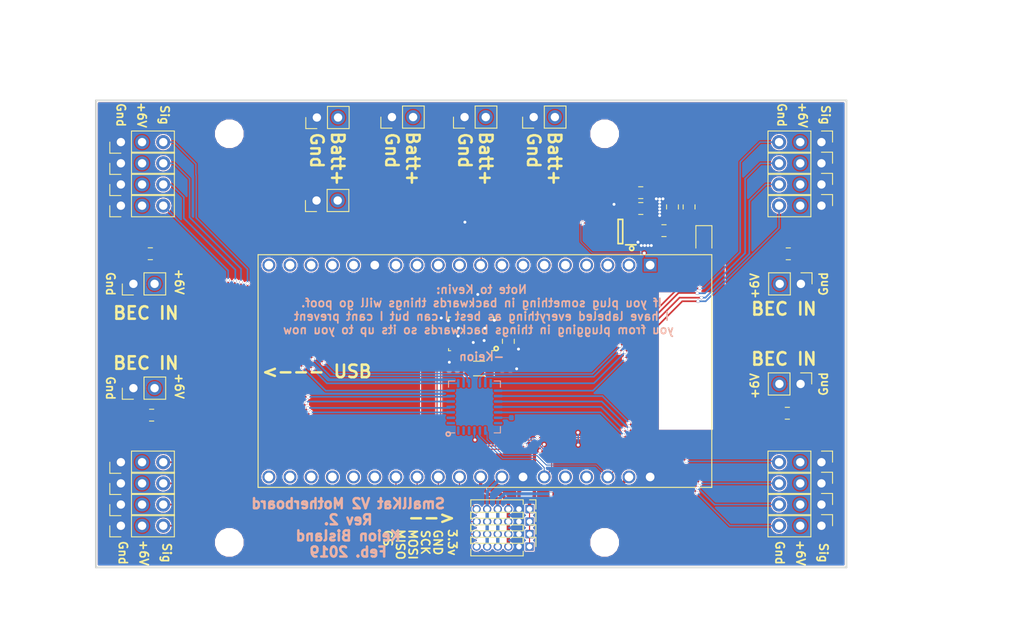
<source format=kicad_pcb>
(kicad_pcb (version 20171130) (host pcbnew 5.0.1-33cea8e~68~ubuntu16.04.1)
  (layers (0 F.Cu signal) (31 B.Cu signal) (34 B.Paste user) (35 F.Paste user) (36 B.SilkS user) (37 F.SilkS user) (38 B.Mask user) (39 F.Mask user) (44 Edge.Cuts user))
  (net 0 "")
  (net 1 GND)
  (net 2 +BATT)
  (net 3 "Net-(C18-Pad2)")
  (net 4 "Net-(C23-Pad1)")
  (net 5 "Net-(C23-Pad2)")
  (net 6 +3V3)
  (net 7 "Net-(C25-Pad2)")
  (net 8 "Net-(C26-Pad2)")
  (net 9 "Net-(C27-Pad2)")
  (net 10 "Net-(IC1-Pad4)")
  (net 11 "Net-(IC1-Pad5)")
  (net 12 "Net-(R14-Pad1)")
  (net 13 "Net-(R18-Pad1)")
  (net 14 "Net-(U3-Pad1)")
  (net 15 "Net-(U3-Pad2)")
  (net 16 "Net-(U3-Pad21)")
  (net 17 "Net-(U3-Pad26)")
  (net 18 "Net-(U3-Pad27)")
  (net 19 "Net-(U3-Pad28)")
  (net 20 "Net-(U4-Pad1)")
  (net 21 "Net-(U4-Pad24)")
  (net 22 "Net-(U4-Pad23)")
  (net 23 "Net-(U4-Pad22)")
  (net 24 "Net-(U4-Pad21)")
  (net 25 "Net-(U4-Pad7)")
  (net 26 "Net-(U4-Pad8)")
  (net 27 "Net-(U4-Pad10)")
  (net 28 /RESET)
  (net 29 "Net-(U4-Pad12)")
  (net 30 "Net-(U4-Pad13)")
  (net 31 /INT)
  (net 32 "Net-(U1-Pad2)")
  (net 33 "Net-(U1-Pad19)")
  (net 34 "Net-(U1-Pad3)")
  (net 35 "Net-(U1-Pad4)")
  (net 36 "Net-(U1-Pad5)")
  (net 37 "Net-(U1-Pad6)")
  (net 38 "Net-(U1-Pad7)")
  (net 39 "Net-(U1-Pad8)")
  (net 40 "Net-(U1-Pad10)")
  (net 41 "Net-(U1-Pad11)")
  (net 42 "Net-(U1-Pad12)")
  (net 43 "Net-(U1-Pad13)")
  (net 44 "Net-(U1-Pad15)")
  (net 45 "Net-(U1-Pad16)")
  (net 46 "Net-(U1-Pad17)")
  (net 47 "Net-(U1-Pad18)")
  (net 48 "Net-(U1-Pad23)")
  (net 49 "Net-(U1-Pad24)")
  (net 50 "Net-(U1-Pad33)")
  (net 51 "Net-(U1-Pad34)")
  (net 52 "Net-(U1-Pad35)")
  (net 53 "Net-(U1-Pad36)")
  (net 54 "Net-(U1-Pad37)")
  (net 55 "Net-(U1-Pad38)")
  (net 56 SDA)
  (net 57 SCL)
  (net 58 SERVO0)
  (net 59 SERVO1)
  (net 60 SERVO2)
  (net 61 SERVO3)
  (net 62 SERVO4)
  (net 63 SERVO5)
  (net 64 SERVO6)
  (net 65 SERVO7)
  (net 66 SERVO8)
  (net 67 SERVO9)
  (net 68 SERVO10)
  (net 69 SERVO11)
  (net 70 SERVO12)
  (net 71 SERVO13)
  (net 72 SERVO14)
  (net 73 SERVO15)
  (net 74 +6V_4)
  (net 75 +6V_1)
  (net 76 +6V_2)
  (net 77 +6V_3)
  (net 78 MOSI)
  (net 79 MISO)
  (net 80 FS1)
  (net 81 FS2)
  (net 82 FS3)
  (net 83 FS4)
  (net 84 SCK)
  (net 85 BATTMONITOR)
  (net 86 +6V_IN4)
  (net 87 +6V_IN1)
  (net 88 +6V_IN2)
  (net 89 +6V_IN3)
  (module MountingHole:MountingHole_3.2mm_M3 (layer F.Cu) (at 61 53)
    (fp_text reference REF** (at 0 -4.2) (layer F.SilkS) (effects (font (size 0 0))))
    (fp_text value MountingHole_3.2mm_M3)
    (pad 1 np_thru_hole circle (at 0 0) (size 3.2 3.2) (drill 3.2) (layers *.Cu *.Mask))
  )
  (module MountingHole:MountingHole_3.2mm_M3 (layer F.Cu) (at 16 53)
    (fp_text reference REF** (at 0 -4.2) (layer F.SilkS) (effects (font (size 0 0))))
    (fp_text value MountingHole_3.2mm_M3)
    (pad 1 np_thru_hole circle (at 0 0) (size 3.2 3.2) (drill 3.2) (layers *.Cu *.Mask))
  )
  (module MountingHole:MountingHole_3.2mm_M3 (layer F.Cu) (at 61 4)
    (fp_text reference REF** (at 0 -4.2) (layer F.SilkS) (effects (font (size 0 0))))
    (fp_text value MountingHole_3.2mm_M3)
    (pad 1 np_thru_hole circle (at 0 0) (size 3.2 3.2) (drill 3.2) (layers *.Cu *.Mask))
  )
  (module Capacitor_SMD:C_0402_1005Metric (layer F.Cu) (at 65.5 9.5)
    (fp_text reference C22 (at 0 -1.17) (layer F.SilkS) (effects (font (size 0 0))))
    (fp_text value 0.1uF)
    (pad 1 smd roundrect (at -0.485 0) (size 0.59 0.64) (layers F.Cu F.Paste F.Mask) (net 2 +BATT))
    (pad 2 smd roundrect (at 0.485 0) (size 0.59 0.64) (layers F.Cu F.Paste F.Mask) (net 1 GND))
  )
  (module Connector_PinHeader_2.54mm:PinHeader_1x02_P2.54mm_Vertical (layer F.Cu) (at 44.21 2 90)
    (fp_text reference J26 (at 0 -2.33 90) (layer F.SilkS) (effects (font (size 0 0))))
    (fp_text value Conn_01x02_Male)
    (pad 2 thru_hole oval (at 0 2.54 90) (size 1.7 1.7) (drill 1) (layers *.Cu *.Mask) (net 2 +BATT))
    (pad 1 thru_hole rect (at 0 0 90) (size 1.7 1.7) (drill 1) (layers *.Cu *.Mask) (net 1 GND))
  )
  (module Connector_PinHeader_2.54mm:PinHeader_1x02_P2.54mm_Vertical (layer F.Cu) (at 52.5 2 90)
    (fp_text reference J25 (at 0 -2.33 90) (layer F.SilkS) (effects (font (size 0 0))))
    (fp_text value Conn_01x02_Male)
    (pad 1 thru_hole rect (at 0 0 90) (size 1.7 1.7) (drill 1) (layers *.Cu *.Mask) (net 1 GND))
    (pad 2 thru_hole oval (at 0 2.54 90) (size 1.7 1.7) (drill 1) (layers *.Cu *.Mask) (net 2 +BATT))
  )
  (module Connector_PinHeader_2.54mm:PinHeader_1x02_P2.54mm_Vertical (layer F.Cu) (at 84.5 34 270)
    (fp_text reference J29 (at 0 -2.33 270) (layer F.SilkS) (effects (font (size 0 0))))
    (fp_text value Conn_01x02_Male)
    (pad 2 thru_hole oval (at 0 2.54 270) (size 1.7 1.7) (drill 1) (layers *.Cu *.Mask) (net 86 +6V_IN4))
    (pad 1 thru_hole rect (at 0 0 270) (size 1.7 1.7) (drill 1) (layers *.Cu *.Mask) (net 1 GND))
  )
  (module Connector_PinHeader_2.54mm:PinHeader_1x02_P2.54mm_Vertical (layer F.Cu) (at 26.46 12 90)
    (fp_text reference J28 (at 0 -2.33 90) (layer F.SilkS) (effects (font (size 0 0))))
    (fp_text value Conn_01x02_Male)
    (pad 1 thru_hole rect (at 0 0 90) (size 1.7 1.7) (drill 1) (layers *.Cu *.Mask) (net 1 GND))
    (pad 2 thru_hole oval (at 0 2.54 90) (size 1.7 1.7) (drill 1) (layers *.Cu *.Mask) (net 2 +BATT))
  )
  (module Connector_PinHeader_2.54mm:PinHeader_1x02_P2.54mm_Vertical (layer F.Cu) (at 84.54 22 270)
    (fp_text reference J27 (at 0 -2.33 270) (layer F.SilkS) (effects (font (size 0 0))))
    (fp_text value Conn_01x02_Male)
    (pad 2 thru_hole oval (at 0 2.54 270) (size 1.7 1.7) (drill 1) (layers *.Cu *.Mask) (net 89 +6V_IN3))
    (pad 1 thru_hole rect (at 0 0 270) (size 1.7 1.7) (drill 1) (layers *.Cu *.Mask) (net 1 GND))
  )
  (module Connector_PinHeader_2.54mm:PinHeader_1x02_P2.54mm_Vertical (layer F.Cu) (at 4.5 22 90)
    (fp_text reference J24 (at 0 -2.33 90) (layer F.SilkS) (effects (font (size 0 0))))
    (fp_text value Conn_01x02_Male)
    (pad 1 thru_hole rect (at 0 0 90) (size 1.7 1.7) (drill 1) (layers *.Cu *.Mask) (net 1 GND))
    (pad 2 thru_hole oval (at 0 2.54 90) (size 1.7 1.7) (drill 1) (layers *.Cu *.Mask) (net 88 +6V_IN2))
  )
  (module Connector_PinHeader_2.54mm:PinHeader_1x02_P2.54mm_Vertical (layer F.Cu) (at 35.5 2 90)
    (fp_text reference J23 (at 0 -2.33 90) (layer F.SilkS) (effects (font (size 0 0))))
    (fp_text value Conn_01x02_Male)
    (pad 2 thru_hole oval (at 0 2.54 90) (size 1.7 1.7) (drill 1) (layers *.Cu *.Mask) (net 2 +BATT))
    (pad 1 thru_hole rect (at 0 0 90) (size 1.7 1.7) (drill 1) (layers *.Cu *.Mask) (net 1 GND))
  )
  (module Connector_PinHeader_2.54mm:PinHeader_1x02_P2.54mm_Vertical (layer F.Cu) (at 4.5 34.5 90)
    (fp_text reference J22 (at 0 -2.33 90) (layer F.SilkS) (effects (font (size 0 0))))
    (fp_text value Conn_01x02_Male)
    (pad 1 thru_hole rect (at 0 0 90) (size 1.7 1.7) (drill 1) (layers *.Cu *.Mask) (net 1 GND))
    (pad 2 thru_hole oval (at 0 2.54 90) (size 1.7 1.7) (drill 1) (layers *.Cu *.Mask) (net 87 +6V_IN1))
  )
  (module Inductor_SMD:L_0805_2012Metric_Pad1.15x1.40mm_HandSolder (layer F.Cu) (at 68.11772 15.61592 180)
    (fp_text reference L2 (at 0 -1.65 180) (layer F.SilkS) (effects (font (size 0 0))))
    (fp_text value 4.7uH)
    (pad 1 smd roundrect (at -1.025 0 180) (size 1.15 1.4) (layers F.Cu F.Paste F.Mask) (roundrect_rratio 0.217391) (net 3 "Net-(C18-Pad2)"))
    (pad 2 smd roundrect (at 1.025 0 180) (size 1.15 1.4) (layers F.Cu F.Paste F.Mask) (roundrect_rratio 0.217391) (net 5 "Net-(C23-Pad2)"))
  )
  (module Resistor_SMD:R_0402_1005Metric (layer F.Cu) (at 44.6 15.5 180)
    (fp_text reference R19 (at 0 -1.17 180) (layer F.SilkS) (effects (font (size 0 0))))
    (fp_text value 10K)
    (pad 2 smd roundrect (at 0.485 0 180) (size 0.59 0.64) (layers F.Cu F.Paste F.Mask) (net 1 GND))
    (pad 1 smd roundrect (at -0.485 0 180) (size 0.59 0.64) (layers F.Cu F.Paste F.Mask) (net 85 BATTMONITOR))
  )
  (module Resistor_SMD:R_0402_1005Metric (layer F.Cu) (at 46.2 15.015 270)
    (fp_text reference R20 (at 0 -1.17 270) (layer F.SilkS) (effects (font (size 0 0))))
    (fp_text value 6.2k)
    (pad 1 smd roundrect (at -0.485 0 270) (size 0.59 0.64) (layers F.Cu F.Paste F.Mask) (net 2 +BATT))
    (pad 2 smd roundrect (at 0.485 0 270) (size 0.59 0.64) (layers F.Cu F.Paste F.Mask) (net 85 BATTMONITOR))
  )
  (module Capacitor_SMD:C_0805_2012Metric (layer F.Cu) (at 69.1388 12.77112 270)
    (fp_text reference C18 (at 0 -1.65 270) (layer F.SilkS) (effects (font (size 0 0))))
    (fp_text value 22uF)
    (pad 2 smd roundrect (at 0.9375 0 270) (size 0.975 1.4) (layers F.Cu F.Paste F.Mask) (net 3 "Net-(C18-Pad2)"))
    (pad 1 smd roundrect (at -0.9375 0 270) (size 0.975 1.4) (layers F.Cu F.Paste F.Mask) (net 1 GND))
  )
  (module Capacitor_SMD:C_0805_2012Metric (layer F.Cu) (at 65.33896 12.96416)
    (fp_text reference C19 (at 0 -1.65) (layer F.SilkS) (effects (font (size 0 0))))
    (fp_text value 10Uf)
    (pad 2 smd roundrect (at 0.9375 0) (size 0.975 1.4) (layers F.Cu F.Paste F.Mask) (net 1 GND))
    (pad 1 smd roundrect (at -0.9375 0) (size 0.975 1.4) (layers F.Cu F.Paste F.Mask) (net 2 +BATT))
  )
  (module Capacitor_SMD:C_0805_2012Metric (layer F.Cu) (at 71.13016 12.77112 270)
    (fp_text reference C20 (at 0 -1.65 270) (layer F.SilkS) (effects (font (size 0 0))))
    (fp_text value 22uF)
    (pad 1 smd roundrect (at -0.9375 0 270) (size 0.975 1.4) (layers F.Cu F.Paste F.Mask) (net 1 GND))
    (pad 2 smd roundrect (at 0.9375 0 270) (size 0.975 1.4) (layers F.Cu F.Paste F.Mask) (net 3 "Net-(C18-Pad2)"))
  )
  (module Capacitor_SMD:C_0805_2012Metric (layer F.Cu) (at 65.33158 11.06424)
    (fp_text reference C21 (at 0 -1.65) (layer F.SilkS) (effects (font (size 0 0))))
    (fp_text value 10uF)
    (pad 1 smd roundrect (at -0.9375 0) (size 0.975 1.4) (layers F.Cu F.Paste F.Mask) (net 2 +BATT))
    (pad 2 smd roundrect (at 0.9375 0) (size 0.975 1.4) (layers F.Cu F.Paste F.Mask) (net 1 GND))
  )
  (module Capacitor_SMD:C_0402_1005Metric (layer F.Cu) (at 62.8 13.4)
    (fp_text reference C23 (at 0 -1.17) (layer F.SilkS) (effects (font (size 0 0))))
    (fp_text value 0.1uF)
    (pad 1 smd roundrect (at -0.485 0) (size 0.59 0.64) (layers F.Cu F.Paste F.Mask) (net 4 "Net-(C23-Pad1)"))
    (pad 2 smd roundrect (at 0.485 0) (size 0.59 0.64) (layers F.Cu F.Paste F.Mask) (net 5 "Net-(C23-Pad2)"))
  )
  (module Capacitor_SMD:C_0805_2012Metric (layer F.Cu) (at 49.45888 28.88258 90)
    (fp_text reference C24 (at 0 -1.65 90) (layer F.SilkS) (effects (font (size 0 0))))
    (fp_text value 10uF)
    (pad 1 smd roundrect (at -0.9375 0 90) (size 0.975 1.4) (layers F.Cu F.Paste F.Mask) (net 1 GND))
    (pad 2 smd roundrect (at 0.9375 0 90) (size 0.975 1.4) (layers F.Cu F.Paste F.Mask) (net 6 +3V3))
  )
  (module Capacitor_SMD:C_0402_1005Metric (layer F.Cu) (at 45.75 24.4 270)
    (fp_text reference C25 (at 0 -1.17 270) (layer F.SilkS) (effects (font (size 0 0))))
    (fp_text value 0.1uF)
    (pad 1 smd roundrect (at -0.485 0 270) (size 0.59 0.64) (layers F.Cu F.Paste F.Mask) (net 1 GND))
    (pad 2 smd roundrect (at 0.485 0 270) (size 0.59 0.64) (layers F.Cu F.Paste F.Mask) (net 7 "Net-(C25-Pad2)"))
  )
  (module Capacitor_SMD:C_0402_1005Metric (layer F.Cu) (at 42.85 32.15)
    (fp_text reference C26 (at 0 -1.17) (layer F.SilkS) (effects (font (size 0 0))))
    (fp_text value 10pF)
    (pad 1 smd roundrect (at -0.485 0) (size 0.59 0.64) (layers F.Cu F.Paste F.Mask) (net 1 GND))
    (pad 2 smd roundrect (at 0.485 0) (size 0.59 0.64) (layers F.Cu F.Paste F.Mask) (net 8 "Net-(C26-Pad2)"))
  )
  (module Capacitor_SMD:C_0402_1005Metric (layer F.Cu) (at 49.215 32.15 180)
    (fp_text reference C27 (at 0 -1.17 180) (layer F.SilkS) (effects (font (size 0 0))))
    (fp_text value 10pF)
    (pad 2 smd roundrect (at 0.485 0 180) (size 0.59 0.64) (layers F.Cu F.Paste F.Mask) (net 9 "Net-(C27-Pad2)"))
    (pad 1 smd roundrect (at -0.485 0 180) (size 0.59 0.64) (layers F.Cu F.Paste F.Mask) (net 1 GND))
  )
  (module Diode_SMD:D_0805_2012Metric (layer F.Cu) (at 72.90308 16.70534 270)
    (fp_text reference D1 (at 0 -1.65 270) (layer F.SilkS) (effects (font (size 0 0))))
    (fp_text value DIODE)
    (pad 2 smd roundrect (at 0.9375 0 270) (size 0.975 1.4) (layers F.Cu F.Paste F.Mask) (net 6 +3V3))
    (pad 1 smd roundrect (at -0.9375 0 270) (size 0.975 1.4) (layers F.Cu F.Paste F.Mask) (net 3 "Net-(C18-Pad2)"))
  )
  (module Fuse:Fuse_0805_2012Metric (layer F.Cu) (at 6.68528 37.73932)
    (fp_text reference F1 (at 0 -1.65) (layer F.SilkS) (effects (font (size 0 0))))
    (fp_text value Fuse)
    (pad 1 smd roundrect (at -0.9375 0) (size 0.975 1.4) (layers F.Cu F.Paste F.Mask) (net 75 +6V_1))
    (pad 2 smd roundrect (at 0.9375 0) (size 0.975 1.4) (layers F.Cu F.Paste F.Mask) (net 87 +6V_IN1))
  )
  (module Fuse:Fuse_0805_2012Metric (layer F.Cu) (at 6.5301 18.38452)
    (fp_text reference F2 (at 0 -1.65) (layer F.SilkS) (effects (font (size 0 0))))
    (fp_text value Fuse)
    (pad 2 smd roundrect (at 0.9375 0) (size 0.975 1.4) (layers F.Cu F.Paste F.Mask) (net 88 +6V_IN2))
    (pad 1 smd roundrect (at -0.9375 0) (size 0.975 1.4) (layers F.Cu F.Paste F.Mask) (net 76 +6V_2))
  )
  (module Fuse:Fuse_0805_2012Metric (layer F.Cu) (at 83.02474 18.39468 180)
    (fp_text reference F3 (at 0 -1.65 180) (layer F.SilkS) (effects (font (size 0 0))))
    (fp_text value Fuse)
    (pad 1 smd roundrect (at -0.9375 0 180) (size 0.975 1.4) (layers F.Cu F.Paste F.Mask) (net 77 +6V_3))
    (pad 2 smd roundrect (at 0.9375 0 180) (size 0.975 1.4) (layers F.Cu F.Paste F.Mask) (net 89 +6V_IN3))
  )
  (module Fuse:Fuse_0805_2012Metric (layer F.Cu) (at 82.91068 37.51072 180)
    (fp_text reference F4 (at 0 -1.65 180) (layer F.SilkS) (effects (font (size 0 0))))
    (fp_text value Fuse)
    (pad 2 smd roundrect (at 0.9375 0 180) (size 0.975 1.4) (layers F.Cu F.Paste F.Mask) (net 86 +6V_IN4))
    (pad 1 smd roundrect (at -0.9375 0 180) (size 0.975 1.4) (layers F.Cu F.Paste F.Mask) (net 74 +6V_4))
  )
  (module TPS562201DDCR:SOT95P280X110-6N (layer F.Cu) (at 62.89548 15.71752 180)
    (fp_text reference IC1 (at 0 0 180) (layer F.SilkS) (effects (font (size 0 0))))
    (fp_text value TPS562201DDCR hide)
    (pad 1 smd rect (at -1.25 -0.95 270) (size 0.6 1.25) (layers F.Cu F.Paste F.Mask) (net 1 GND))
    (pad 2 smd rect (at -1.25 0 270) (size 0.6 1.25) (layers F.Cu F.Paste F.Mask) (net 5 "Net-(C23-Pad2)"))
    (pad 3 smd rect (at -1.25 0.95 270) (size 0.6 1.25) (layers F.Cu F.Paste F.Mask) (net 2 +BATT))
    (pad 4 smd rect (at 1.25 0.95 270) (size 0.6 1.25) (layers F.Cu F.Paste F.Mask) (net 10 "Net-(IC1-Pad4)"))
    (pad 5 smd rect (at 1.25 0 270) (size 0.6 1.25) (layers F.Cu F.Paste F.Mask) (net 11 "Net-(IC1-Pad5)"))
    (pad 6 smd rect (at 1.25 -0.95 270) (size 0.6 1.25) (layers F.Cu F.Paste F.Mask) (net 4 "Net-(C23-Pad1)"))
  )
  (module Connector_PinHeader_1.27mm:PinHeader_1x06_P1.27mm_Vertical (layer F.Cu) (at 52 49 270)
    (fp_text reference J1 (at 0 -1.695 270) (layer F.SilkS) (effects (font (size 0 0))))
    (fp_text value Conn_01x06_Male)
    (pad 6 thru_hole oval (at 0 6.35 270) (size 1 1) (drill 0.65) (layers *.Cu *.Mask) (net 80 FS1))
    (pad 5 thru_hole oval (at 0 5.08 270) (size 1 1) (drill 0.65) (layers *.Cu *.Mask) (net 79 MISO))
    (pad 4 thru_hole oval (at 0 3.81 270) (size 1 1) (drill 0.65) (layers *.Cu *.Mask) (net 78 MOSI))
    (pad 3 thru_hole oval (at 0 2.54 270) (size 1 1) (drill 0.65) (layers *.Cu *.Mask) (net 84 SCK))
    (pad 2 thru_hole oval (at 0 1.27 270) (size 1 1) (drill 0.65) (layers *.Cu *.Mask) (net 1 GND))
    (pad 1 thru_hole rect (at 0 0 270) (size 1 1) (drill 0.65) (layers *.Cu *.Mask) (net 6 +3V3))
  )
  (module Connector_PinHeader_1.27mm:PinHeader_1x06_P1.27mm_Vertical (layer F.Cu) (at 52 52 270)
    (fp_text reference J2 (at 0 -1.695 270) (layer F.SilkS) (effects (font (size 0 0))))
    (fp_text value Conn_01x06_Male)
    (pad 1 thru_hole rect (at 0 0 270) (size 1 1) (drill 0.65) (layers *.Cu *.Mask) (net 6 +3V3))
    (pad 2 thru_hole oval (at 0 1.27 270) (size 1 1) (drill 0.65) (layers *.Cu *.Mask) (net 1 GND))
    (pad 3 thru_hole oval (at 0 2.54 270) (size 1 1) (drill 0.65) (layers *.Cu *.Mask) (net 84 SCK))
    (pad 4 thru_hole oval (at 0 3.81 270) (size 1 1) (drill 0.65) (layers *.Cu *.Mask) (net 78 MOSI))
    (pad 5 thru_hole oval (at 0 5.08 270) (size 1 1) (drill 0.65) (layers *.Cu *.Mask) (net 79 MISO))
    (pad 6 thru_hole oval (at 0 6.35 270) (size 1 1) (drill 0.65) (layers *.Cu *.Mask) (net 82 FS3))
  )
  (module Connector_PinHeader_1.27mm:PinHeader_1x06_P1.27mm_Vertical (layer F.Cu) (at 52 50.5 270)
    (fp_text reference J3 (at 0 -1.695 270) (layer F.SilkS) (effects (font (size 0 0))))
    (fp_text value Conn_01x06_Male)
    (pad 1 thru_hole rect (at 0 0 270) (size 1 1) (drill 0.65) (layers *.Cu *.Mask) (net 6 +3V3))
    (pad 2 thru_hole oval (at 0 1.27 270) (size 1 1) (drill 0.65) (layers *.Cu *.Mask) (net 1 GND))
    (pad 3 thru_hole oval (at 0 2.54 270) (size 1 1) (drill 0.65) (layers *.Cu *.Mask) (net 84 SCK))
    (pad 4 thru_hole oval (at 0 3.81 270) (size 1 1) (drill 0.65) (layers *.Cu *.Mask) (net 78 MOSI))
    (pad 5 thru_hole oval (at 0 5.08 270) (size 1 1) (drill 0.65) (layers *.Cu *.Mask) (net 79 MISO))
    (pad 6 thru_hole oval (at 0 6.35 270) (size 1 1) (drill 0.65) (layers *.Cu *.Mask) (net 81 FS2))
  )
  (module Connector_PinHeader_1.27mm:PinHeader_1x06_P1.27mm_Vertical (layer F.Cu) (at 52 53.5 270)
    (fp_text reference J4 (at 0 -1.695 270) (layer F.SilkS) (effects (font (size 0 0))))
    (fp_text value Conn_01x06_Male)
    (pad 6 thru_hole oval (at 0 6.35 270) (size 1 1) (drill 0.65) (layers *.Cu *.Mask) (net 83 FS4))
    (pad 5 thru_hole oval (at 0 5.08 270) (size 1 1) (drill 0.65) (layers *.Cu *.Mask) (net 79 MISO))
    (pad 4 thru_hole oval (at 0 3.81 270) (size 1 1) (drill 0.65) (layers *.Cu *.Mask) (net 78 MOSI))
    (pad 3 thru_hole oval (at 0 2.54 270) (size 1 1) (drill 0.65) (layers *.Cu *.Mask) (net 84 SCK))
    (pad 2 thru_hole oval (at 0 1.27 270) (size 1 1) (drill 0.65) (layers *.Cu *.Mask) (net 1 GND))
    (pad 1 thru_hole rect (at 0 0 270) (size 1 1) (drill 0.65) (layers *.Cu *.Mask) (net 6 +3V3))
  )
  (module Connector_PinHeader_2.54mm:PinHeader_1x03_P2.54mm_Vertical (layer F.Cu) (at 3 51 90)
    (fp_text reference J5 (at 0 -2.33 90) (layer F.SilkS) (effects (font (size 0 0))))
    (fp_text value Conn_01x03_Male)
    (pad 3 thru_hole oval (at 0 5.08 90) (size 1.7 1.7) (drill 1) (layers *.Cu *.Mask) (net 58 SERVO0))
    (pad 2 thru_hole oval (at 0 2.54 90) (size 1.7 1.7) (drill 1) (layers *.Cu *.Mask) (net 75 +6V_1))
    (pad 1 thru_hole rect (at 0 0 90) (size 1.7 1.7) (drill 1) (layers *.Cu *.Mask) (net 1 GND))
  )
  (module Connector_PinHeader_2.54mm:PinHeader_1x03_P2.54mm_Vertical (layer F.Cu) (at 3 48.46 90)
    (fp_text reference J6 (at 0 -2.33 90) (layer F.SilkS) (effects (font (size 0 0))))
    (fp_text value Conn_01x03_Male)
    (pad 3 thru_hole oval (at 0 5.08 90) (size 1.7 1.7) (drill 1) (layers *.Cu *.Mask) (net 59 SERVO1))
    (pad 2 thru_hole oval (at 0 2.54 90) (size 1.7 1.7) (drill 1) (layers *.Cu *.Mask) (net 75 +6V_1))
    (pad 1 thru_hole rect (at 0 0 90) (size 1.7 1.7) (drill 1) (layers *.Cu *.Mask) (net 1 GND))
  )
  (module Connector_PinHeader_2.54mm:PinHeader_1x03_P2.54mm_Vertical (layer F.Cu) (at 3 45.92 90)
    (fp_text reference J7 (at 0 -2.33 90) (layer F.SilkS) (effects (font (size 0 0))))
    (fp_text value Conn_01x03_Male)
    (pad 3 thru_hole oval (at 0 5.08 90) (size 1.7 1.7) (drill 1) (layers *.Cu *.Mask) (net 60 SERVO2))
    (pad 2 thru_hole oval (at 0 2.54 90) (size 1.7 1.7) (drill 1) (layers *.Cu *.Mask) (net 75 +6V_1))
    (pad 1 thru_hole rect (at 0 0 90) (size 1.7 1.7) (drill 1) (layers *.Cu *.Mask) (net 1 GND))
  )
  (module Connector_PinHeader_2.54mm:PinHeader_1x03_P2.54mm_Vertical (layer F.Cu) (at 3 43.38 90)
    (fp_text reference J8 (at 0 -2.33 90) (layer F.SilkS) (effects (font (size 0 0))))
    (fp_text value Conn_01x03_Male)
    (pad 1 thru_hole rect (at 0 0 90) (size 1.7 1.7) (drill 1) (layers *.Cu *.Mask) (net 1 GND))
    (pad 2 thru_hole oval (at 0 2.54 90) (size 1.7 1.7) (drill 1) (layers *.Cu *.Mask) (net 75 +6V_1))
    (pad 3 thru_hole oval (at 0 5.08 90) (size 1.7 1.7) (drill 1) (layers *.Cu *.Mask) (net 61 SERVO3))
  )
  (module Connector_PinHeader_2.54mm:PinHeader_1x03_P2.54mm_Vertical (layer F.Cu) (at 3 12.62 90)
    (fp_text reference J9 (at 0 -2.33 90) (layer F.SilkS) (effects (font (size 0 0))))
    (fp_text value Conn_01x03_Male)
    (pad 1 thru_hole rect (at 0 0 90) (size 1.7 1.7) (drill 1) (layers *.Cu *.Mask) (net 1 GND))
    (pad 2 thru_hole oval (at 0 2.54 90) (size 1.7 1.7) (drill 1) (layers *.Cu *.Mask) (net 76 +6V_2))
    (pad 3 thru_hole oval (at 0 5.08 90) (size 1.7 1.7) (drill 1) (layers *.Cu *.Mask) (net 62 SERVO4))
  )
  (module Connector_PinHeader_2.54mm:PinHeader_1x03_P2.54mm_Vertical (layer F.Cu) (at 3 10.08 90)
    (fp_text reference J10 (at 0 -2.33 90) (layer F.SilkS) (effects (font (size 0 0))))
    (fp_text value Conn_01x03_Male)
    (pad 1 thru_hole rect (at 0 0 90) (size 1.7 1.7) (drill 1) (layers *.Cu *.Mask) (net 1 GND))
    (pad 2 thru_hole oval (at 0 2.54 90) (size 1.7 1.7) (drill 1) (layers *.Cu *.Mask) (net 76 +6V_2))
    (pad 3 thru_hole oval (at 0 5.08 90) (size 1.7 1.7) (drill 1) (layers *.Cu *.Mask) (net 63 SERVO5))
  )
  (module Connector_PinHeader_2.54mm:PinHeader_1x03_P2.54mm_Vertical (layer F.Cu) (at 3 7.54 90)
    (fp_text reference J11 (at 0 -2.33 90) (layer F.SilkS) (effects (font (size 0 0))))
    (fp_text value Conn_01x03_Male)
    (pad 1 thru_hole rect (at 0 0 90) (size 1.7 1.7) (drill 1) (layers *.Cu *.Mask) (net 1 GND))
    (pad 2 thru_hole oval (at 0 2.54 90) (size 1.7 1.7) (drill 1) (layers *.Cu *.Mask) (net 76 +6V_2))
    (pad 3 thru_hole oval (at 0 5.08 90) (size 1.7 1.7) (drill 1) (layers *.Cu *.Mask) (net 64 SERVO6))
  )
  (module Connector_PinHeader_2.54mm:PinHeader_1x03_P2.54mm_Vertical (layer F.Cu) (at 3 5 90)
    (fp_text reference J12 (at 0 -2.33 90) (layer F.SilkS) (effects (font (size 0 0))))
    (fp_text value Conn_01x03_Male)
    (pad 3 thru_hole oval (at 0 5.08 90) (size 1.7 1.7) (drill 1) (layers *.Cu *.Mask) (net 65 SERVO7))
    (pad 2 thru_hole oval (at 0 2.54 90) (size 1.7 1.7) (drill 1) (layers *.Cu *.Mask) (net 76 +6V_2))
    (pad 1 thru_hole rect (at 0 0 90) (size 1.7 1.7) (drill 1) (layers *.Cu *.Mask) (net 1 GND))
  )
  (module Connector_PinHeader_2.54mm:PinHeader_1x03_P2.54mm_Vertical (layer F.Cu) (at 87 5 270)
    (fp_text reference J13 (at 0 -2.33 270) (layer F.SilkS) (effects (font (size 0 0))))
    (fp_text value Conn_01x03_Male)
    (pad 3 thru_hole oval (at 0 5.08 270) (size 1.7 1.7) (drill 1) (layers *.Cu *.Mask) (net 66 SERVO8))
    (pad 2 thru_hole oval (at 0 2.54 270) (size 1.7 1.7) (drill 1) (layers *.Cu *.Mask) (net 77 +6V_3))
    (pad 1 thru_hole rect (at 0 0 270) (size 1.7 1.7) (drill 1) (layers *.Cu *.Mask) (net 1 GND))
  )
  (module Connector_PinHeader_2.54mm:PinHeader_1x03_P2.54mm_Vertical (layer F.Cu) (at 87 7.54 270)
    (fp_text reference J14 (at 0 -2.33 270) (layer F.SilkS) (effects (font (size 0 0))))
    (fp_text value Conn_01x03_Male)
    (pad 3 thru_hole oval (at 0 5.08 270) (size 1.7 1.7) (drill 1) (layers *.Cu *.Mask) (net 67 SERVO9))
    (pad 2 thru_hole oval (at 0 2.54 270) (size 1.7 1.7) (drill 1) (layers *.Cu *.Mask) (net 77 +6V_3))
    (pad 1 thru_hole rect (at 0 0 270) (size 1.7 1.7) (drill 1) (layers *.Cu *.Mask) (net 1 GND))
  )
  (module Connector_PinHeader_2.54mm:PinHeader_1x03_P2.54mm_Vertical (layer F.Cu) (at 87 10.08 270)
    (fp_text reference J15 (at 0 -2.33 270) (layer F.SilkS) (effects (font (size 0 0))))
    (fp_text value Conn_01x03_Male)
    (pad 1 thru_hole rect (at 0 0 270) (size 1.7 1.7) (drill 1) (layers *.Cu *.Mask) (net 1 GND))
    (pad 2 thru_hole oval (at 0 2.54 270) (size 1.7 1.7) (drill 1) (layers *.Cu *.Mask) (net 77 +6V_3))
    (pad 3 thru_hole oval (at 0 5.08 270) (size 1.7 1.7) (drill 1) (layers *.Cu *.Mask) (net 68 SERVO10))
  )
  (module Connector_PinHeader_2.54mm:PinHeader_1x03_P2.54mm_Vertical (layer F.Cu) (at 87 12.62 270)
    (fp_text reference J16 (at 0 -2.33 270) (layer F.SilkS) (effects (font (size 0 0))))
    (fp_text value Conn_01x03_Male)
    (pad 1 thru_hole rect (at 0 0 270) (size 1.7 1.7) (drill 1) (layers *.Cu *.Mask) (net 1 GND))
    (pad 2 thru_hole oval (at 0 2.54 270) (size 1.7 1.7) (drill 1) (layers *.Cu *.Mask) (net 77 +6V_3))
    (pad 3 thru_hole oval (at 0 5.08 270) (size 1.7 1.7) (drill 1) (layers *.Cu *.Mask) (net 69 SERVO11))
  )
  (module Connector_PinHeader_2.54mm:PinHeader_1x03_P2.54mm_Vertical (layer F.Cu) (at 87 43.38 270)
    (fp_text reference J17 (at 0 -2.33 270) (layer F.SilkS) (effects (font (size 0 0))))
    (fp_text value Conn_01x03_Male)
    (pad 1 thru_hole rect (at 0 0 270) (size 1.7 1.7) (drill 1) (layers *.Cu *.Mask) (net 1 GND))
    (pad 2 thru_hole oval (at 0 2.54 270) (size 1.7 1.7) (drill 1) (layers *.Cu *.Mask) (net 74 +6V_4))
    (pad 3 thru_hole oval (at 0 5.08 270) (size 1.7 1.7) (drill 1) (layers *.Cu *.Mask) (net 70 SERVO12))
  )
  (module Connector_PinHeader_2.54mm:PinHeader_1x03_P2.54mm_Vertical (layer F.Cu) (at 87 45.92 270)
    (fp_text reference J18 (at 0 -2.33 270) (layer F.SilkS) (effects (font (size 0 0))))
    (fp_text value Conn_01x03_Male)
    (pad 1 thru_hole rect (at 0 0 270) (size 1.7 1.7) (drill 1) (layers *.Cu *.Mask) (net 1 GND))
    (pad 2 thru_hole oval (at 0 2.54 270) (size 1.7 1.7) (drill 1) (layers *.Cu *.Mask) (net 74 +6V_4))
    (pad 3 thru_hole oval (at 0 5.08 270) (size 1.7 1.7) (drill 1) (layers *.Cu *.Mask) (net 71 SERVO13))
  )
  (module Connector_PinHeader_2.54mm:PinHeader_1x03_P2.54mm_Vertical (layer F.Cu) (at 87 48.46 270)
    (fp_text reference J19 (at 0 -2.33 270) (layer F.SilkS) (effects (font (size 0 0))))
    (fp_text value Conn_01x03_Male)
    (pad 3 thru_hole oval (at 0 5.08 270) (size 1.7 1.7) (drill 1) (layers *.Cu *.Mask) (net 72 SERVO14))
    (pad 2 thru_hole oval (at 0 2.54 270) (size 1.7 1.7) (drill 1) (layers *.Cu *.Mask) (net 74 +6V_4))
    (pad 1 thru_hole rect (at 0 0 270) (size 1.7 1.7) (drill 1) (layers *.Cu *.Mask) (net 1 GND))
  )
  (module Connector_PinHeader_2.54mm:PinHeader_1x03_P2.54mm_Vertical (layer F.Cu) (at 87 51 270)
    (fp_text reference J20 (at 0 -2.33 270) (layer F.SilkS) (effects (font (size 0 0))))
    (fp_text value Conn_01x03_Male)
    (pad 3 thru_hole oval (at 0 5.08 270) (size 1.7 1.7) (drill 1) (layers *.Cu *.Mask) (net 73 SERVO15))
    (pad 2 thru_hole oval (at 0 2.54 270) (size 1.7 1.7) (drill 1) (layers *.Cu *.Mask) (net 74 +6V_4))
    (pad 1 thru_hole rect (at 0 0 270) (size 1.7 1.7) (drill 1) (layers *.Cu *.Mask) (net 1 GND))
  )
  (module Resistor_SMD:R_0402_1005Metric (layer F.Cu) (at 61.3 12.935 90)
    (fp_text reference R10 (at 0 -1.17 90) (layer F.SilkS) (effects (font (size 0 0))))
    (fp_text value 10K)
    (pad 1 smd roundrect (at -0.485 0 90) (size 0.59 0.64) (layers F.Cu F.Paste F.Mask) (net 10 "Net-(IC1-Pad4)"))
    (pad 2 smd roundrect (at 0.485 0 90) (size 0.59 0.64) (layers F.Cu F.Paste F.Mask) (net 1 GND))
  )
  (module Resistor_SMD:R_0402_1005Metric (layer F.Cu) (at 59.715 15.8)
    (fp_text reference R11 (at 0 -1.17) (layer F.SilkS) (effects (font (size 0 0))))
    (fp_text value 10K)
    (pad 2 smd roundrect (at 0.485 0) (size 0.59 0.64) (layers F.Cu F.Paste F.Mask) (net 11 "Net-(IC1-Pad5)"))
    (pad 1 smd roundrect (at -0.485 0) (size 0.59 0.64) (layers F.Cu F.Paste F.Mask) (net 2 +BATT))
  )
  (module Resistor_SMD:R_0402_1005Metric (layer F.Cu) (at 59.715 14.7)
    (fp_text reference R12 (at 0 -1.17) (layer F.SilkS) (effects (font (size 0 0))))
    (fp_text value 39.5k)
    (pad 2 smd roundrect (at 0.485 0) (size 0.59 0.64) (layers F.Cu F.Paste F.Mask) (net 10 "Net-(IC1-Pad4)"))
    (pad 1 smd roundrect (at -0.485 0) (size 0.59 0.64) (layers F.Cu F.Paste F.Mask) (net 6 +3V3))
  )
  (module Resistor_SMD:R_0402_1005Metric (layer F.Cu) (at 54.65 42.3 270)
    (fp_text reference R13 (at 0 -1.17 270) (layer F.SilkS) (effects (font (size 0 0))))
    (fp_text value 10K)
    (pad 2 smd roundrect (at 0.485 0 270) (size 0.59 0.64) (layers F.Cu F.Paste F.Mask) (net 56 SDA))
    (pad 1 smd roundrect (at -0.485 0 270) (size 0.59 0.64) (layers F.Cu F.Paste F.Mask) (net 6 +3V3))
  )
  (module Resistor_SMD:R_0402_1005Metric (layer B.Cu) (at 50.3 38.05)
    (fp_text reference R14 (at 0 1.17) (layer B.SilkS) (effects (font (size 0 0)) (justify mirror)))
    (fp_text value 10K)
    (pad 2 smd roundrect (at 0.485 0) (size 0.59 0.64) (layers B.Cu B.Paste B.Mask) (net 1 GND))
    (pad 1 smd roundrect (at -0.485 0) (size 0.59 0.64) (layers B.Cu B.Paste B.Mask) (net 12 "Net-(R14-Pad1)"))
  )
  (module Resistor_SMD:R_0402_1005Metric (layer F.Cu) (at 62.25 42.3 270)
    (fp_text reference R15 (at 0 -1.17 270) (layer F.SilkS) (effects (font (size 0 0))))
    (fp_text value 10K)
    (pad 1 smd roundrect (at -0.485 0 270) (size 0.59 0.64) (layers F.Cu F.Paste F.Mask) (net 6 +3V3))
    (pad 2 smd roundrect (at 0.485 0 270) (size 0.59 0.64) (layers F.Cu F.Paste F.Mask) (net 57 SCL))
  )
  (module Resistor_SMD:R_0402_1005Metric (layer F.Cu) (at 41.35 27.25 90)
    (fp_text reference R18 (at 0 -1.17 90) (layer F.SilkS) (effects (font (size 0 0))))
    (fp_text value 10K)
    (pad 1 smd roundrect (at -0.485 0 90) (size 0.59 0.64) (layers F.Cu F.Paste F.Mask) (net 13 "Net-(R18-Pad1)"))
    (pad 2 smd roundrect (at 0.485 0 90) (size 0.59 0.64) (layers F.Cu F.Paste F.Mask) (net 1 GND))
  )
  (module Package_DFN_QFN:QFN-28-1EP_6x6mm_P0.65mm_EP4.25x4.25mm (layer B.Cu) (at 45.39488 36.7538)
    (fp_text reference U3 (at 0 4.3) (layer B.SilkS) (effects (font (size 0 0)) (justify mirror)))
    (fp_text value PCA9685BS)
    (pad 29 smd roundrect (at 0 0) (size 4.25 4.25) (layers B.Cu B.Mask) (roundrect_rratio 0.058824) (net 1 GND))
    (pad 1 smd roundrect (at -2.8375 1.95) (size 1.025 0.3) (layers B.Cu B.Paste B.Mask) (net 14 "Net-(U3-Pad1)"))
    (pad 2 smd roundrect (at -2.8375 1.3) (size 1.025 0.3) (layers B.Cu B.Paste B.Mask) (net 15 "Net-(U3-Pad2)"))
    (pad 3 smd roundrect (at -2.8375 0.65) (size 1.025 0.3) (layers B.Cu B.Paste B.Mask) (net 58 SERVO0))
    (pad 4 smd roundrect (at -2.8375 0) (size 1.025 0.3) (layers B.Cu B.Paste B.Mask) (net 59 SERVO1))
    (pad 5 smd roundrect (at -2.8375 -0.65) (size 1.025 0.3) (layers B.Cu B.Paste B.Mask) (net 60 SERVO2))
    (pad 6 smd roundrect (at -2.8375 -1.3) (size 1.025 0.3) (layers B.Cu B.Paste B.Mask) (net 61 SERVO3))
    (pad 7 smd roundrect (at -2.8375 -1.95) (size 1.025 0.3) (layers B.Cu B.Paste B.Mask) (net 62 SERVO4))
    (pad 8 smd roundrect (at -1.95 -2.8375) (size 0.3 1.025) (layers B.Cu B.Paste B.Mask) (net 63 SERVO5))
    (pad 9 smd roundrect (at -1.3 -2.8375) (size 0.3 1.025) (layers B.Cu B.Paste B.Mask) (net 64 SERVO6))
    (pad 10 smd roundrect (at -0.65 -2.8375) (size 0.3 1.025) (layers B.Cu B.Paste B.Mask) (net 65 SERVO7))
    (pad 11 smd roundrect (at 0 -2.8375) (size 0.3 1.025) (layers B.Cu B.Paste B.Mask) (net 1 GND))
    (pad 12 smd roundrect (at 0.65 -2.8375) (size 0.3 1.025) (layers B.Cu B.Paste B.Mask) (net 66 SERVO8))
    (pad 13 smd roundrect (at 1.3 -2.8375) (size 0.3 1.025) (layers B.Cu B.Paste B.Mask) (net 67 SERVO9))
    (pad 14 smd roundrect (at 1.95 -2.8375) (size 0.3 1.025) (layers B.Cu B.Paste B.Mask) (net 68 SERVO10))
    (pad 15 smd roundrect (at 2.8375 -1.95) (size 1.025 0.3) (layers B.Cu B.Paste B.Mask) (net 69 SERVO11))
    (pad 16 smd roundrect (at 2.8375 -1.3) (size 1.025 0.3) (layers B.Cu B.Paste B.Mask) (net 70 SERVO12))
    (pad 17 smd roundrect (at 2.8375 -0.65) (size 1.025 0.3) (layers B.Cu B.Paste B.Mask) (net 71 SERVO13))
    (pad 18 smd roundrect (at 2.8375 0) (size 1.025 0.3) (layers B.Cu B.Paste B.Mask) (net 72 SERVO14))
    (pad 19 smd roundrect (at 2.8375 0.65) (size 1.025 0.3) (layers B.Cu B.Paste B.Mask) (net 73 SERVO15))
    (pad 20 smd roundrect (at 2.8375 1.3) (size 1.025 0.3) (layers B.Cu B.Paste B.Mask) (net 12 "Net-(R14-Pad1)"))
    (pad 21 smd roundrect (at 2.8375 1.95) (size 1.025 0.3) (layers B.Cu B.Paste B.Mask) (net 16 "Net-(U3-Pad21)"))
    (pad 22 smd roundrect (at 1.95 2.8375) (size 0.3 1.025) (layers B.Cu B.Paste B.Mask) (net 1 GND))
    (pad 23 smd roundrect (at 1.3 2.8375) (size 0.3 1.025) (layers B.Cu B.Paste B.Mask) (net 57 SCL))
    (pad 24 smd roundrect (at 0.65 2.8375) (size 0.3 1.025) (layers B.Cu B.Paste B.Mask) (net 56 SDA))
    (pad 25 smd roundrect (at 0 2.8375) (size 0.3 1.025) (layers B.Cu B.Paste B.Mask) (net 6 +3V3))
    (pad 26 smd roundrect (at -0.65 2.8375) (size 0.3 1.025) (layers B.Cu B.Paste B.Mask) (net 17 "Net-(U3-Pad26)"))
    (pad 27 smd roundrect (at -1.3 2.8375) (size 0.3 1.025) (layers B.Cu B.Paste B.Mask) (net 18 "Net-(U3-Pad27)"))
    (pad 28 smd roundrect (at -1.95 2.8375) (size 0.3 1.025) (layers B.Cu B.Paste B.Mask) (net 19 "Net-(U3-Pad28)"))
  )
  (module Package_LGA:LGA-28_5.2x3.8mm_P0.5mm (layer F.Cu) (at 45 28 180)
    (fp_text reference U4 (at 0 -3.25 180) (layer F.SilkS) (effects (font (size 0 0))))
    (fp_text value BNO055)
    (pad 19 smd rect (at 2.3875 -0.75 270) (size 0.254 0.675) (layers F.Cu F.Paste F.Mask) (net 57 SCL))
    (pad 6 smd rect (at -2.25 1.6625 180) (size 0.254 0.675) (layers F.Cu F.Paste F.Mask) (net 1 GND))
    (pad 2 smd rect (at -2.3875 -0.75 270) (size 0.254 0.675) (layers F.Cu F.Paste F.Mask) (net 1 GND))
    (pad 1 smd rect (at -2.25 -1.6625 180) (size 0.254 0.675) (layers F.Cu F.Paste F.Mask) (net 20 "Net-(U4-Pad1)"))
    (pad 3 smd rect (at -2.3875 -0.25 270) (size 0.254 0.675) (layers F.Cu F.Paste F.Mask) (net 6 +3V3))
    (pad 4 smd rect (at -2.3875 0.25 270) (size 0.254 0.675) (layers F.Cu F.Paste F.Mask) (net 6 +3V3))
    (pad 5 smd rect (at -2.3875 0.75 270) (size 0.254 0.675) (layers F.Cu F.Paste F.Mask) (net 1 GND))
    (pad 28 smd rect (at -1.75 -1.6625 180) (size 0.254 0.675) (layers F.Cu F.Paste F.Mask) (net 6 +3V3))
    (pad 27 smd rect (at -1.25 -1.6625 180) (size 0.254 0.675) (layers F.Cu F.Paste F.Mask) (net 9 "Net-(C27-Pad2)"))
    (pad 26 smd rect (at -0.75 -1.6625 180) (size 0.254 0.675) (layers F.Cu F.Paste F.Mask) (net 8 "Net-(C26-Pad2)"))
    (pad 25 smd rect (at -0.25 -1.6625 180) (size 0.254 0.675) (layers F.Cu F.Paste F.Mask) (net 1 GND))
    (pad 24 smd rect (at 0.25 -1.6625 180) (size 0.254 0.675) (layers F.Cu F.Paste F.Mask) (net 21 "Net-(U4-Pad24)"))
    (pad 23 smd rect (at 0.75 -1.6625 180) (size 0.254 0.675) (layers F.Cu F.Paste F.Mask) (net 22 "Net-(U4-Pad23)"))
    (pad 22 smd rect (at 1.25 -1.6625 180) (size 0.254 0.675) (layers F.Cu F.Paste F.Mask) (net 23 "Net-(U4-Pad22)"))
    (pad 21 smd rect (at 1.75 -1.6625 180) (size 0.254 0.675) (layers F.Cu F.Paste F.Mask) (net 24 "Net-(U4-Pad21)"))
    (pad 20 smd rect (at 2.25 -1.6625 180) (size 0.254 0.675) (layers F.Cu F.Paste F.Mask) (net 56 SDA))
    (pad 7 smd rect (at -1.75 1.6625 180) (size 0.254 0.675) (layers F.Cu F.Paste F.Mask) (net 25 "Net-(U4-Pad7)"))
    (pad 8 smd rect (at -1.25 1.6625 180) (size 0.254 0.675) (layers F.Cu F.Paste F.Mask) (net 26 "Net-(U4-Pad8)"))
    (pad 9 smd rect (at -0.75 1.6625 180) (size 0.254 0.675) (layers F.Cu F.Paste F.Mask) (net 7 "Net-(C25-Pad2)"))
    (pad 10 smd rect (at -0.25 1.6625 180) (size 0.254 0.675) (layers F.Cu F.Paste F.Mask) (net 27 "Net-(U4-Pad10)"))
    (pad 11 smd rect (at 0.25 1.6625 180) (size 0.254 0.675) (layers F.Cu F.Paste F.Mask) (net 28 /RESET))
    (pad 12 smd rect (at 0.75 1.6625 180) (size 0.254 0.675) (layers F.Cu F.Paste F.Mask) (net 29 "Net-(U4-Pad12)"))
    (pad 13 smd rect (at 1.25 1.6625 180) (size 0.254 0.675) (layers F.Cu F.Paste F.Mask) (net 30 "Net-(U4-Pad13)"))
    (pad 14 smd rect (at 1.75 1.6625 180) (size 0.254 0.675) (layers F.Cu F.Paste F.Mask) (net 31 /INT))
    (pad 15 smd rect (at 2.25 1.6625 180) (size 0.254 0.675) (layers F.Cu F.Paste F.Mask) (net 1 GND))
    (pad 18 smd rect (at 2.3875 -0.25 270) (size 0.254 0.675) (layers F.Cu F.Paste F.Mask) (net 1 GND))
    (pad 17 smd rect (at 2.3875 0.25 270) (size 0.254 0.675) (layers F.Cu F.Paste F.Mask) (net 13 "Net-(R18-Pad1)"))
    (pad 16 smd rect (at 2.3875 0.75 270) (size 0.254 0.675) (layers F.Cu F.Paste F.Mask) (net 1 GND))
  )
  (module Crystal:Crystal_SMD_3215-2Pin_3.2x1.5mm (layer F.Cu) (at 45.95 32.15 180)
    (fp_text reference Y1 (at 0 -2 180) (layer F.SilkS) (effects (font (size 0 0))))
    (fp_text value 32.768kHz)
    (pad 1 smd rect (at 1.25 0 180) (size 1 1.8) (layers F.Cu F.Paste F.Mask) (net 8 "Net-(C26-Pad2)"))
    (pad 2 smd rect (at -1.25 0 180) (size 1 1.8) (layers F.Cu F.Paste F.Mask) (net 9 "Net-(C27-Pad2)"))
  )
  (module ESP32-DEVKITC-32D:MODULE_ESP32-DEVKITC-32D (layer F.Cu) (at 46.7 32.45 270)
    (fp_text reference U1 (at -11.4644 -28.446 270) (layer F.SilkS) (effects (font (size 0 0))))
    (fp_text value ESP32-DEVKITC-32D (at -10.8363 28.2945 270) (layer F.SilkS) (effects (font (size 0 0))))
    (pad 1 thru_hole rect (at -12.7 -19.76 270) (size 1.56 1.56) (drill 1.04) (layers *.Cu *.Mask) (net 6 +3V3))
    (pad 2 thru_hole circle (at -12.7 -17.22 270) (size 1.56 1.56) (drill 1.04) (layers *.Cu *.Mask) (net 32 "Net-(U1-Pad2)"))
    (pad 19 thru_hole circle (at -12.7 25.96 270) (size 1.56 1.56) (drill 1.04) (layers *.Cu *.Mask) (net 33 "Net-(U1-Pad19)"))
    (pad 3 thru_hole circle (at -12.7 -14.68 270) (size 1.56 1.56) (drill 1.04) (layers *.Cu *.Mask) (net 34 "Net-(U1-Pad3)"))
    (pad 4 thru_hole circle (at -12.7 -12.14 270) (size 1.56 1.56) (drill 1.04) (layers *.Cu *.Mask) (net 35 "Net-(U1-Pad4)"))
    (pad 5 thru_hole circle (at -12.7 -9.6 270) (size 1.56 1.56) (drill 1.04) (layers *.Cu *.Mask) (net 36 "Net-(U1-Pad5)"))
    (pad 6 thru_hole circle (at -12.7 -7.06 270) (size 1.56 1.56) (drill 1.04) (layers *.Cu *.Mask) (net 37 "Net-(U1-Pad6)"))
    (pad 7 thru_hole circle (at -12.7 -4.52 270) (size 1.56 1.56) (drill 1.04) (layers *.Cu *.Mask) (net 38 "Net-(U1-Pad7)"))
    (pad 8 thru_hole circle (at -12.7 -1.98 270) (size 1.56 1.56) (drill 1.04) (layers *.Cu *.Mask) (net 39 "Net-(U1-Pad8)"))
    (pad 9 thru_hole circle (at -12.7 0.56 270) (size 1.56 1.56) (drill 1.04) (layers *.Cu *.Mask) (net 85 BATTMONITOR))
    (pad 10 thru_hole circle (at -12.7 3.1 270) (size 1.56 1.56) (drill 1.04) (layers *.Cu *.Mask) (net 40 "Net-(U1-Pad10)"))
    (pad 11 thru_hole circle (at -12.7 5.64 270) (size 1.56 1.56) (drill 1.04) (layers *.Cu *.Mask) (net 41 "Net-(U1-Pad11)"))
    (pad 12 thru_hole circle (at -12.7 8.18 270) (size 1.56 1.56) (drill 1.04) (layers *.Cu *.Mask) (net 42 "Net-(U1-Pad12)"))
    (pad 13 thru_hole circle (at -12.7 10.72 270) (size 1.56 1.56) (drill 1.04) (layers *.Cu *.Mask) (net 43 "Net-(U1-Pad13)"))
    (pad 14 thru_hole circle (at -12.7 13.26 270) (size 1.56 1.56) (drill 1.04) (layers *.Cu *.Mask) (net 1 GND))
    (pad 15 thru_hole circle (at -12.7 15.8 270) (size 1.56 1.56) (drill 1.04) (layers *.Cu *.Mask) (net 44 "Net-(U1-Pad15)"))
    (pad 16 thru_hole circle (at -12.7 18.34 270) (size 1.56 1.56) (drill 1.04) (layers *.Cu *.Mask) (net 45 "Net-(U1-Pad16)"))
    (pad 17 thru_hole circle (at -12.7 20.88 270) (size 1.56 1.56) (drill 1.04) (layers *.Cu *.Mask) (net 46 "Net-(U1-Pad17)"))
    (pad 18 thru_hole circle (at -12.7 23.42 270) (size 1.56 1.56) (drill 1.04) (layers *.Cu *.Mask) (net 47 "Net-(U1-Pad18)"))
    (pad 20 thru_hole circle (at 12.7 -19.76 270) (size 1.56 1.56) (drill 1.04) (layers *.Cu *.Mask) (net 1 GND))
    (pad 21 thru_hole circle (at 12.7 -17.22 270) (size 1.56 1.56) (drill 1.04) (layers *.Cu *.Mask) (net 78 MOSI))
    (pad 22 thru_hole circle (at 12.7 -14.68 270) (size 1.56 1.56) (drill 1.04) (layers *.Cu *.Mask) (net 57 SCL))
    (pad 23 thru_hole circle (at 12.7 -12.14 270) (size 1.56 1.56) (drill 1.04) (layers *.Cu *.Mask) (net 48 "Net-(U1-Pad23)"))
    (pad 24 thru_hole circle (at 12.7 -9.6 270) (size 1.56 1.56) (drill 1.04) (layers *.Cu *.Mask) (net 49 "Net-(U1-Pad24)"))
    (pad 25 thru_hole circle (at 12.7 -7.06 270) (size 1.56 1.56) (drill 1.04) (layers *.Cu *.Mask) (net 56 SDA))
    (pad 26 thru_hole circle (at 12.7 -4.52 270) (size 1.56 1.56) (drill 1.04) (layers *.Cu *.Mask) (net 1 GND))
    (pad 27 thru_hole circle (at 12.7 -1.98 270) (size 1.56 1.56) (drill 1.04) (layers *.Cu *.Mask) (net 79 MISO))
    (pad 28 thru_hole circle (at 12.7 0.56 270) (size 1.56 1.56) (drill 1.04) (layers *.Cu *.Mask) (net 84 SCK))
    (pad 29 thru_hole circle (at 12.7 3.1 270) (size 1.56 1.56) (drill 1.04) (layers *.Cu *.Mask) (net 80 FS1))
    (pad 30 thru_hole circle (at 12.7 5.64 270) (size 1.56 1.56) (drill 1.04) (layers *.Cu *.Mask) (net 81 FS2))
    (pad 31 thru_hole circle (at 12.7 8.18 270) (size 1.56 1.56) (drill 1.04) (layers *.Cu *.Mask) (net 82 FS3))
    (pad 32 thru_hole circle (at 12.7 10.72 270) (size 1.56 1.56) (drill 1.04) (layers *.Cu *.Mask) (net 83 FS4))
    (pad 33 thru_hole circle (at 12.7 13.26 270) (size 1.56 1.56) (drill 1.04) (layers *.Cu *.Mask) (net 50 "Net-(U1-Pad33)"))
    (pad 34 thru_hole circle (at 12.7 15.8 270) (size 1.56 1.56) (drill 1.04) (layers *.Cu *.Mask) (net 51 "Net-(U1-Pad34)"))
    (pad 35 thru_hole circle (at 12.7 18.34 270) (size 1.56 1.56) (drill 1.04) (layers *.Cu *.Mask) (net 52 "Net-(U1-Pad35)"))
    (pad 36 thru_hole circle (at 12.7 20.88 270) (size 1.56 1.56) (drill 1.04) (layers *.Cu *.Mask) (net 53 "Net-(U1-Pad36)"))
    (pad 37 thru_hole circle (at 12.7 23.42 270) (size 1.56 1.56) (drill 1.04) (layers *.Cu *.Mask) (net 54 "Net-(U1-Pad37)"))
    (pad 38 thru_hole circle (at 12.7 25.96 270) (size 1.56 1.56) (drill 1.04) (layers *.Cu *.Mask) (net 55 "Net-(U1-Pad38)"))
  )
  (module Connector_PinHeader_2.54mm:PinHeader_1x02_P2.54mm_Vertical (layer F.Cu) (at 26.5 2.05 90)
    (fp_text reference J21 (at 0 -2.33 90) (layer F.SilkS) (effects (font (size 0 0))))
    (fp_text value Conn_01x02_Male)
    (pad 1 thru_hole rect (at 0 0 90) (size 1.7 1.7) (drill 1) (layers *.Cu *.Mask) (net 1 GND))
    (pad 2 thru_hole oval (at 0 2.54 90) (size 1.7 1.7) (drill 1) (layers *.Cu *.Mask) (net 2 +BATT))
  )
  (module MountingHole:MountingHole_3.2mm_M3 (layer F.Cu) (at 16 4)
    (fp_text reference REF** (at 0 -4.2) (layer F.SilkS) (effects (font (size 0 0))))
    (fp_text value MountingHole_3.2mm_M3)
    (pad 1 np_thru_hole circle (at 0 0) (size 3.2 3.2) (drill 3.2) (layers *.Cu *.Mask))
  )
  (gr_text "SmallKat V2 Motherboard\nRev 2.\nKeion Bisland\nFeb. 2019\n" (at 30.25 51.25) (layer B.SilkS) (effects (font (size 1.2 1.2) (thickness 0.3)) (justify mirror)))
  (gr_circle (center 64.25 17.75) (end 64.5 17.75) (layer F.SilkS) (width 0.2))
  (gr_text "Note to Kevin:\nIf you plug something in backwards things will go poof.\nI have labeled everything as best I can but I cant prevent\n you from plugging in things backwards so its up to you now\n\n-Keion\n\n" (at 46.25 27.5) (layer B.SilkS) (effects (font (size 1 1) (thickness 0.2)) (justify mirror)))
  (gr_circle (center 48 29.75) (end 48 30) (layer F.SilkS) (width 0.2))
  (gr_circle (center 42.25 40) (end 42.5 40) (layer B.SilkS) (width 0.2))
  (gr_text "Gnd\n" (at 87.25 22 90) (layer F.SilkS) (effects (font (size 1 1) (thickness 0.2))))
  (gr_text +6V (at 79 22.25 90) (layer F.SilkS) (effects (font (size 1 1) (thickness 0.2))))
  (gr_text "Gnd\n" (at 87.25 34 90) (layer F.SilkS) (effects (font (size 1 1) (thickness 0.2))))
  (gr_text +6V (at 79 34.25 90) (layer F.SilkS) (effects (font (size 1 1) (thickness 0.2))))
  (gr_text +6V (at 10 34.25 270) (layer F.SilkS) (effects (font (size 1 1) (thickness 0.2))))
  (gr_text "Gnd\n" (at 1.75 34.5 270) (layer F.SilkS) (effects (font (size 1 1) (thickness 0.2))))
  (gr_text +6V (at 10 21.75 270) (layer F.SilkS) (effects (font (size 1 1) (thickness 0.2))))
  (gr_text Sig (at 87.5 1.75 270) (layer F.SilkS) (effects (font (size 1 1) (thickness 0.2))))
  (gr_text "Gnd\n" (at 82.25 1.75 270) (layer F.SilkS) (effects (font (size 1 1) (thickness 0.2))))
  (gr_text +6V (at 84.75 1.75 270) (layer F.SilkS) (effects (font (size 1 1) (thickness 0.2))))
  (gr_text Sig (at 87.25 54.25 270) (layer F.SilkS) (effects (font (size 1 1) (thickness 0.2))))
  (gr_text +6V (at 84.5 54.25 270) (layer F.SilkS) (effects (font (size 1 1) (thickness 0.2))))
  (gr_text "Gnd\n" (at 82 54.25 270) (layer F.SilkS) (effects (font (size 1 1) (thickness 0.2))))
  (gr_text +6V (at 5.75 54.25 270) (layer F.SilkS) (effects (font (size 1 1) (thickness 0.2))))
  (gr_text "Gnd\n" (at 3.25 54.25 270) (layer F.SilkS) (effects (font (size 1 1) (thickness 0.2))))
  (gr_text Sig (at 8.5 54.25 270) (layer F.SilkS) (effects (font (size 1 1) (thickness 0.2))))
  (gr_text Sig (at 8.25 1.75 270) (layer F.SilkS) (effects (font (size 1 1) (thickness 0.2))))
  (gr_text +6V (at 5.5 1.75 270) (layer F.SilkS) (effects (font (size 1 1) (thickness 0.2))))
  (gr_text "Gnd\n" (at 3 1.75 270) (layer F.SilkS) (effects (font (size 1 1) (thickness 0.2))))
  (gr_text --> (at 40.25 50) (layer F.SilkS) (effects (font (size 1.5 1.5) (thickness 0.3))))
  (gr_text 3.3v (at 42.75 53 270) (layer F.SilkS) (effects (font (size 1 1) (thickness 0.2))))
  (gr_text GND (at 41 53 270) (layer F.SilkS) (effects (font (size 1 1) (thickness 0.2))))
  (gr_text SCK (at 39.5 53 270) (layer F.SilkS) (effects (font (size 1 1) (thickness 0.2))))
  (gr_text MOSI (at 38 53.25 270) (layer F.SilkS) (effects (font (size 1 1) (thickness 0.2))))
  (gr_text MISO (at 36.5 53.25 270) (layer F.SilkS) (effects (font (size 1 1) (thickness 0.2))))
  (gr_text CS (at 35 52.5 270) (layer F.SilkS) (effects (font (size 1 1) (thickness 0.2))))
  (gr_text "<--- USB\n" (at 26.5 32.5) (layer F.SilkS) (effects (font (size 1.5 1.5) (thickness 0.3))))
  (gr_text "BEC IN" (at 82.5 25) (layer F.SilkS) (effects (font (size 1.5 1.5) (thickness 0.3))))
  (gr_text "BEC IN" (at 82.5 31) (layer F.SilkS) (effects (font (size 1.5 1.5) (thickness 0.3))))
  (gr_text "BEC IN" (at 6 31.5) (layer F.SilkS) (effects (font (size 1.5 1.5) (thickness 0.3))))
  (gr_text "BEC IN" (at 6 25.5) (layer F.SilkS) (effects (font (size 1.5 1.5) (thickness 0.3))))
  (gr_text "Gnd\n" (at 1.75 22 270) (layer F.SilkS) (effects (font (size 1 1) (thickness 0.2))))
  (gr_text Batt+ (at 55 7 270) (layer F.SilkS) (effects (font (size 1.5 1.5) (thickness 0.3))))
  (gr_text Batt+ (at 46.75 7 270) (layer F.SilkS) (effects (font (size 1.5 1.5) (thickness 0.3))))
  (gr_text Batt+ (at 38 7 270) (layer F.SilkS) (effects (font (size 1.5 1.5) (thickness 0.3))))
  (gr_text Batt+ (at 29 7 270) (layer F.SilkS) (effects (font (size 1.5 1.5) (thickness 0.3))))
  (gr_text "Gnd\n" (at 52.5 6 270) (layer F.SilkS) (effects (font (size 1.5 1.5) (thickness 0.3))))
  (gr_text "Gnd\n" (at 44.25 6 270) (layer F.SilkS) (effects (font (size 1.5 1.5) (thickness 0.3))))
  (gr_text "Gnd\n" (at 35.5 6 270) (layer F.SilkS) (effects (font (size 1.5 1.5) (thickness 0.3))))
  (gr_text "Gnd\n" (at 26.5 6 270) (layer F.SilkS) (effects (font (size 1.5 1.5) (thickness 0.3))))
  (gr_line (start 0 0) (end 0 56) (layer Edge.Cuts) (width 0.2))
  (gr_line (start 90 56) (end 0 56) (layer Edge.Cuts) (width 0.2))
  (gr_line (start 90 0) (end 90 56) (layer Edge.Cuts) (width 0.2))
  (gr_line (start 0 0) (end 90 0) (layer Edge.Cuts) (width 0.2))
  (segment (start 64.14548 16.66752) (end 64.66752 16.66752) (width 0.75) (layer F.Cu) (net 1))
  (segment (start 64.66752 16.66752) (end 65.4 17.4) (width 0.75) (layer F.Cu) (net 1))
  (segment (start 65.4 17.4) (end 66.2 17.4) (width 0.75) (layer F.Cu) (net 1))
  (segment (start 66.6 17.4) (end 66.6 17.4) (width 0.75) (layer F.Cu) (net 1))
  (via (at 66.6 17.4) (size 0.4) (drill 0.35) (layers F.Cu B.Cu) (net 1))
  (segment (start 66.2 17.4) (end 66.6 17.4) (width 0.75) (layer F.Cu) (net 1))
  (via (at 66.2 17.4) (size 0.4) (drill 0.35) (layers F.Cu B.Cu) (net 1))
  (segment (start 65.4 17.4) (end 65.4 17.4) (width 0.75) (layer F.Cu) (net 1))
  (via (at 65.4 17.4) (size 0.4) (drill 0.35) (layers F.Cu B.Cu) (net 1))
  (via (at 65.8 17.4) (size 0.4) (drill 0.35) (layers F.Cu B.Cu) (net 1))
  (via (at 65 17) (size 0.4) (drill 0.35) (layers F.Cu B.Cu) (net 1))
  (segment (start 66.26908 12.95678) (end 66.27646 12.96416) (width 1) (layer F.Cu) (net 1))
  (segment (start 69.1388 11.83362) (end 71.13016 11.83362) (width 1) (layer F.Cu) (net 1))
  (segment (start 66.43546 11.83362) (end 66.43546 11.83362) (width 1) (layer F.Cu) (net 1))
  (segment (start 66.26908 12) (end 66.26908 12.95678) (width 1) (layer F.Cu) (net 1))
  (segment (start 66.26908 11.06424) (end 66.26908 12) (width 1) (layer F.Cu) (net 1))
  (segment (start 67.6 11.83362) (end 67.6 11.83362) (width 1) (layer F.Cu) (net 1))
  (segment (start 69.1388 11.83362) (end 67.6 11.83362) (width 1) (layer F.Cu) (net 1))
  (segment (start 67.6 11.83362) (end 66.43546 11.83362) (width 1) (layer F.Cu) (net 1))
  (segment (start 66.43546 11.83362) (end 66.26908 12) (width 1) (layer F.Cu) (net 1))
  (segment (start 67.6 11.83362) (end 67.6 12.6) (width 1) (layer F.Cu) (net 1))
  (via (at 67.6 11.83362) (size 0.4) (drill 0.35) (layers F.Cu B.Cu) (net 1))
  (segment (start 67.6 11.83362) (end 67.6 11.83362) (width 1) (layer F.Cu) (net 1))
  (via (at 67.6 11.83362) (size 0.4) (drill 0.35) (layers F.Cu B.Cu) (net 1))
  (segment (start 67.6 12.6) (end 67.6 13.8) (width 1) (layer F.Cu) (net 1))
  (via (at 67.6 12.6) (size 0.4) (drill 0.35) (layers F.Cu B.Cu) (net 1))
  (segment (start 67.6 13.4) (end 67.6 13.8) (width 1) (layer F.Cu) (net 1))
  (via (at 67.6 13.4) (size 0.4) (drill 0.35) (layers F.Cu B.Cu) (net 1))
  (segment (start 67.6 13.8) (end 67.6 13.4) (width 1) (layer F.Cu) (net 1))
  (via (at 67.6 13.8) (size 0.4) (drill 0.35) (layers F.Cu B.Cu) (net 1))
  (via (at 67.6 13) (size 0.4) (drill 0.35) (layers F.Cu B.Cu) (net 1))
  (via (at 67.6 12.2) (size 0.4) (drill 0.35) (layers F.Cu B.Cu) (net 1))
  (via (at 67.2 11.8) (size 0.4) (drill 0.35) (layers F.Cu B.Cu) (net 1))
  (via (at 68 11.8) (size 0.4) (drill 0.35) (layers F.Cu B.Cu) (net 1))
  (segment (start 44.115 15.5) (end 44.115 14.735) (width 0.127) (layer F.Cu) (net 1))
  (via (at 44.25 14.6) (size 0.4) (drill 0.35) (layers F.Cu B.Cu) (net 1))
  (segment (start 44.115 14.735) (end 44.25 14.6) (width 0.127) (layer F.Cu) (net 1))
  (segment (start 49.45888 29.82008) (end 50.67348 29.82008) (width 0.127) (layer F.Cu) (net 1))
  (via (at 50.67348 29.82008) (size 0.4) (drill 0.35) (layers F.Cu B.Cu) (net 1))
  (via (at 50.45456 32.1818) (size 0.4) (drill 0.35) (layers F.Cu B.Cu) (net 1))
  (segment (start 50.42276 32.15) (end 50.45456 32.1818) (width 0.127) (layer F.Cu) (net 1))
  (segment (start 49.7 32.15) (end 50.42276 32.15) (width 0.127) (layer F.Cu) (net 1))
  (via (at 41.41216 26.09088) (size 0.4) (drill 0.35) (layers F.Cu B.Cu) (net 1))
  (segment (start 41.35 26.15304) (end 41.41216 26.09088) (width 0.127) (layer F.Cu) (net 1))
  (segment (start 41.35 26.765) (end 41.35 26.15304) (width 0.127) (layer F.Cu) (net 1))
  (via (at 42.26052 26.416) (size 0.4) (drill 0.35) (layers F.Cu B.Cu) (net 1))
  (segment (start 42.33902 26.3375) (end 42.26052 26.416) (width 0.127) (layer F.Cu) (net 1))
  (segment (start 42.75 26.3375) (end 42.33902 26.3375) (width 0.127) (layer F.Cu) (net 1))
  (via (at 43.47972 27.305) (size 0.4) (drill 0.35) (layers F.Cu B.Cu) (net 1))
  (segment (start 43.42472 27.25) (end 43.47972 27.305) (width 0.127) (layer F.Cu) (net 1))
  (segment (start 42.6125 27.25) (end 43.42472 27.25) (width 0.127) (layer F.Cu) (net 1))
  (via (at 43.43908 28.26004) (size 0.4) (drill 0.35) (layers F.Cu B.Cu) (net 1))
  (segment (start 43.42904 28.25) (end 43.43908 28.26004) (width 0.127) (layer F.Cu) (net 1))
  (segment (start 42.6125 28.25) (end 43.42904 28.25) (width 0.127) (layer F.Cu) (net 1))
  (segment (start 45.25 29.6625) (end 45.25 29.02448) (width 0.127) (layer F.Cu) (net 1))
  (via (at 45.25 29.02448) (size 0.4) (drill 0.35) (layers F.Cu B.Cu) (net 1))
  (via (at 46.55312 28.79344) (size 0.4) (drill 0.35) (layers F.Cu B.Cu) (net 1))
  (segment (start 46.59656 28.75) (end 46.55312 28.79344) (width 0.127) (layer F.Cu) (net 1))
  (segment (start 47.3875 28.75) (end 46.59656 28.75) (width 0.127) (layer F.Cu) (net 1))
  (segment (start 46.7148 27.25) (end 46.64964 27.31516) (width 0.127) (layer F.Cu) (net 1))
  (via (at 46.64964 27.31516) (size 0.4) (drill 0.35) (layers F.Cu B.Cu) (net 1))
  (segment (start 47.3875 27.25) (end 46.7148 27.25) (width 0.127) (layer F.Cu) (net 1))
  (via (at 47.7774 26.37028) (size 0.4) (drill 0.35) (layers F.Cu B.Cu) (net 1))
  (segment (start 47.74462 26.3375) (end 47.7774 26.37028) (width 0.127) (layer F.Cu) (net 1))
  (segment (start 47.25 26.3375) (end 47.74462 26.3375) (width 0.127) (layer F.Cu) (net 1))
  (via (at 45.7962 23.2664) (size 0.4) (drill 0.35) (layers F.Cu B.Cu) (net 1))
  (segment (start 45.75 23.3126) (end 45.7962 23.2664) (width 0.127) (layer F.Cu) (net 1))
  (segment (start 45.75 23.915) (end 45.75 23.3126) (width 0.127) (layer F.Cu) (net 1))
  (segment (start 51.22 45.15) (end 51.22 46.40744) (width 0.4) (layer F.Cu) (net 1))
  (segment (start 50.73 46.89744) (end 50.73 53.5) (width 0.4) (layer F.Cu) (net 1))
  (segment (start 51.22 46.40744) (end 50.73 46.89744) (width 0.4) (layer F.Cu) (net 1))
  (segment (start 45.39488 33.9163) (end 45.39488 36.7538) (width 0.127) (layer B.Cu) (net 1))
  (via (at 42.38244 31.3944) (size 0.4) (drill 0.35) (layers F.Cu B.Cu) (net 1))
  (segment (start 42.365 31.41184) (end 42.38244 31.3944) (width 0.2) (layer F.Cu) (net 1))
  (segment (start 42.365 32.15) (end 42.365 31.41184) (width 0.2) (layer F.Cu) (net 1))
  (via (at 62.1284 12.46124) (size 0.4) (drill 0.35) (layers F.Cu B.Cu) (net 1))
  (segment (start 62.11716 12.45) (end 62.1284 12.46124) (width 0.2) (layer F.Cu) (net 1))
  (segment (start 61.3 12.45) (end 62.11716 12.45) (width 0.2) (layer F.Cu) (net 1))
  (segment (start 65.985 10.78016) (end 66.26908 11.06424) (width 0.127) (layer F.Cu) (net 1))
  (segment (start 65.985 9.5) (end 65.985 10.78016) (width 0.127) (layer F.Cu) (net 1))
  (segment (start 65.015 10.44332) (end 64.39408 11.06424) (width 0.127) (layer F.Cu) (net 2))
  (segment (start 65.015 9.5) (end 65.015 10.44332) (width 0.127) (layer F.Cu) (net 2))
  (segment (start 69.1388 15.612) (end 69.14272 15.61592) (width 1) (layer F.Cu) (net 3))
  (segment (start 69.1388 13.70862) (end 69.1388 15.612) (width 1) (layer F.Cu) (net 3))
  (segment (start 69.1388 13.70862) (end 71.13016 13.70862) (width 1) (layer F.Cu) (net 3))
  (segment (start 72.75116 15.61592) (end 72.90308 15.76784) (width 1) (layer F.Cu) (net 3))
  (segment (start 71.13016 15.54608) (end 71.2 15.61592) (width 1) (layer F.Cu) (net 3))
  (segment (start 71.13016 13.70862) (end 71.13016 15.54608) (width 1) (layer F.Cu) (net 3))
  (segment (start 71.2 15.61592) (end 72.75116 15.61592) (width 1) (layer F.Cu) (net 3))
  (segment (start 69.14272 15.61592) (end 71.2 15.61592) (width 1) (layer F.Cu) (net 3))
  (segment (start 71.13016 13.99492) (end 72.90308 15.76784) (width 1) (layer F.Cu) (net 3))
  (segment (start 71.13016 13.70862) (end 71.13016 13.99492) (width 1) (layer F.Cu) (net 3))
  (segment (start 62.315 13.82) (end 62.315 13.4) (width 0.127) (layer F.Cu) (net 4))
  (segment (start 61.64548 16.66752) (end 62.43248 16.66752) (width 0.127) (layer F.Cu) (net 4))
  (segment (start 62.43248 16.66752) (end 62.8 16.3) (width 0.127) (layer F.Cu) (net 4))
  (segment (start 62.8 16.3) (end 62.8 14.305) (width 0.127) (layer F.Cu) (net 4))
  (segment (start 62.8 14.305) (end 62.315 13.82) (width 0.127) (layer F.Cu) (net 4))
  (segment (start 66.99112 15.71752) (end 67.09272 15.61592) (width 0.75) (layer F.Cu) (net 5))
  (segment (start 64.14548 15.71752) (end 66.99112 15.71752) (width 0.75) (layer F.Cu) (net 5))
  (segment (start 63.285 13.82) (end 63.2 13.905) (width 0.127) (layer F.Cu) (net 5))
  (segment (start 63.285 13.4) (end 63.285 13.82) (width 0.127) (layer F.Cu) (net 5))
  (segment (start 63.82048 15.71752) (end 64.14548 15.71752) (width 0.127) (layer F.Cu) (net 5))
  (segment (start 63.2 15.09704) (end 63.82048 15.71752) (width 0.127) (layer F.Cu) (net 5))
  (segment (start 63.2 13.905) (end 63.2 15.09704) (width 0.127) (layer F.Cu) (net 5))
  (via (at 57.8358 41.32072) (size 0.4) (drill 0.35) (layers F.Cu B.Cu) (net 6))
  (via (at 57.80532 39.82212) (size 0.4) (drill 0.35) (layers F.Cu B.Cu) (net 6))
  (segment (start 57.8358 39.8526) (end 57.80532 39.82212) (width 0.2) (layer B.Cu) (net 6))
  (segment (start 57.8358 41.32072) (end 57.8358 39.8526) (width 0.2) (layer B.Cu) (net 6))
  (segment (start 47.4383 27.94508) (end 49.45888 27.94508) (width 0.127) (layer F.Cu) (net 6))
  (segment (start 47.3875 27.99588) (end 47.4383 27.94508) (width 0.127) (layer F.Cu) (net 6))
  (segment (start 47.3875 27.75) (end 47.3875 27.99588) (width 0.127) (layer F.Cu) (net 6))
  (segment (start 47.3875 27.99588) (end 47.3875 28.25) (width 0.127) (layer F.Cu) (net 6))
  (via (at 58.35396 14.68628) (size 0.4) (drill 0.35) (layers F.Cu B.Cu) (net 6))
  (segment (start 58.36768 14.7) (end 58.35396 14.68628) (width 0.127) (layer F.Cu) (net 6))
  (segment (start 59.23 14.7) (end 58.36768 14.7) (width 0.127) (layer F.Cu) (net 6))
  (segment (start 58.153961 14.886279) (end 58.153961 16.950081) (width 0.127) (layer B.Cu) (net 6))
  (segment (start 58.35396 14.68628) (end 58.153961 14.886279) (width 0.127) (layer B.Cu) (net 6))
  (via (at 65.75552 18.30324) (size 0.4) (drill 0.35) (layers F.Cu B.Cu) (net 6))
  (segment (start 59.50712 18.30324) (end 65.75552 18.30324) (width 0.127) (layer B.Cu) (net 6))
  (segment (start 58.153961 16.950081) (end 59.50712 18.30324) (width 0.127) (layer B.Cu) (net 6))
  (segment (start 52 48.1) (end 52.578 47.522) (width 0.4) (layer F.Cu) (net 6))
  (segment (start 52 49) (end 52 48.1) (width 0.4) (layer F.Cu) (net 6))
  (segment (start 52.578 47.522) (end 52.578 41.63568) (width 0.4) (layer F.Cu) (net 6))
  (via (at 45.45076 40.71112) (size 0.4) (drill 0.35) (layers F.Cu B.Cu) (net 6))
  (segment (start 45.39488 40.65524) (end 45.45076 40.71112) (width 0.127) (layer B.Cu) (net 6))
  (segment (start 45.39488 39.5913) (end 45.39488 40.65524) (width 0.127) (layer B.Cu) (net 6))
  (segment (start 52 49) (end 52 53.5) (width 0.127) (layer F.Cu) (net 6))
  (via (at 53.25 42) (size 0.4) (drill 0.35) (layers F.Cu B.Cu) (net 6))
  (via (at 53.75 41.25) (size 0.4) (drill 0.35) (layers F.Cu B.Cu) (net 6))
  (segment (start 53.25 41.75) (end 53.75 41.25) (width 0.127) (layer B.Cu) (net 6))
  (segment (start 53.25 42) (end 53.25 41.75) (width 0.127) (layer B.Cu) (net 6))
  (segment (start 45.75 24.885) (end 45.75 26.3375) (width 0.127) (layer F.Cu) (net 7))
  (segment (start 45.75 30.127) (end 45.75 29.6625) (width 0.127) (layer F.Cu) (net 8))
  (segment (start 45.75 31.727) (end 45.75 30.127) (width 0.127) (layer F.Cu) (net 8))
  (segment (start 45.327 32.15) (end 45.75 31.727) (width 0.127) (layer F.Cu) (net 8))
  (segment (start 44.7 32.15) (end 45.327 32.15) (width 0.127) (layer F.Cu) (net 8))
  (segment (start 43.335 32.15) (end 44.7 32.15) (width 0.127) (layer F.Cu) (net 8))
  (segment (start 47.2 32.15) (end 48.73 32.15) (width 0.127) (layer F.Cu) (net 9))
  (segment (start 46.573 32.15) (end 47.2 32.15) (width 0.127) (layer F.Cu) (net 9))
  (segment (start 46.25 31.827) (end 46.573 32.15) (width 0.127) (layer F.Cu) (net 9))
  (segment (start 46.25 29.6625) (end 46.25 31.827) (width 0.127) (layer F.Cu) (net 9))
  (segment (start 61.57796 14.7) (end 61.64548 14.76752) (width 0.127) (layer F.Cu) (net 10))
  (segment (start 60.2 14.7) (end 61.57796 14.7) (width 0.127) (layer F.Cu) (net 10))
  (segment (start 61.3 14.42204) (end 61.64548 14.76752) (width 0.127) (layer F.Cu) (net 10))
  (segment (start 61.3 13.42) (end 61.3 14.42204) (width 0.127) (layer F.Cu) (net 10))
  (segment (start 61.563 15.8) (end 61.64548 15.71752) (width 0.127) (layer F.Cu) (net 11))
  (segment (start 60.2 15.8) (end 61.563 15.8) (width 0.127) (layer F.Cu) (net 11))
  (segment (start 48.23618 38.05) (end 48.23238 38.0538) (width 0.127) (layer B.Cu) (net 12))
  (segment (start 49.815 38.05) (end 48.23618 38.05) (width 0.127) (layer B.Cu) (net 12))
  (segment (start 42.5975 27.735) (end 42.6125 27.75) (width 0.127) (layer F.Cu) (net 13))
  (segment (start 41.35 27.735) (end 42.5975 27.735) (width 0.127) (layer F.Cu) (net 13))
  (segment (start 54.65 44.26) (end 53.76 45.15) (width 0.127) (layer F.Cu) (net 56))
  (segment (start 54.65 42.785) (end 54.65 44.26) (width 0.127) (layer F.Cu) (net 56))
  (segment (start 46.04488 40.2038) (end 48.762 42.92092) (width 0.127) (layer B.Cu) (net 56))
  (segment (start 46.04488 39.5913) (end 46.04488 40.2038) (width 0.127) (layer B.Cu) (net 56))
  (segment (start 48.762 42.92092) (end 52.64404 42.92092) (width 0.127) (layer B.Cu) (net 56))
  (segment (start 53.76 44.03688) (end 53.76 45.15) (width 0.127) (layer B.Cu) (net 56))
  (segment (start 52.64404 42.92092) (end 53.76 44.03688) (width 0.127) (layer B.Cu) (net 56))
  (segment (start 50.28184 41.43756) (end 50.98796 40.73144) (width 0.127) (layer F.Cu) (net 56))
  (segment (start 42.75 29.6625) (end 42.75 30.127) (width 0.127) (layer F.Cu) (net 56))
  (segment (start 41.34612 31.53088) (end 41.34612 40.412856) (width 0.127) (layer F.Cu) (net 56))
  (segment (start 41.34612 40.412856) (end 42.370824 41.43756) (width 0.127) (layer F.Cu) (net 56))
  (segment (start 54.315832 42.450832) (end 54.65 42.785) (width 0.127) (layer F.Cu) (net 56))
  (segment (start 52.59644 40.73144) (end 54.315832 42.450832) (width 0.127) (layer F.Cu) (net 56))
  (segment (start 42.75 30.127) (end 41.34612 31.53088) (width 0.127) (layer F.Cu) (net 56))
  (segment (start 50.98796 40.73144) (end 52.59644 40.73144) (width 0.127) (layer F.Cu) (net 56))
  (segment (start 42.370824 41.43756) (end 50.28184 41.43756) (width 0.127) (layer F.Cu) (net 56))
  (segment (start 62.25 44.28) (end 61.38 45.15) (width 0.127) (layer F.Cu) (net 57))
  (segment (start 62.25 42.785) (end 62.25 44.28) (width 0.127) (layer F.Cu) (net 57))
  (segment (start 46.91559 39.81201) (end 46.91559 40.63163) (width 0.127) (layer B.Cu) (net 57))
  (segment (start 46.69488 39.5913) (end 46.91559 39.81201) (width 0.127) (layer B.Cu) (net 57))
  (segment (start 46.91559 40.63163) (end 48.87468 42.59072) (width 0.127) (layer B.Cu) (net 57))
  (segment (start 48.87468 42.59072) (end 52.88788 42.59072) (width 0.127) (layer B.Cu) (net 57))
  (segment (start 52.88788 42.59072) (end 54.02072 43.72356) (width 0.127) (layer B.Cu) (net 57))
  (segment (start 59.95356 43.72356) (end 61.38 45.15) (width 0.127) (layer B.Cu) (net 57))
  (segment (start 54.02072 43.72356) (end 59.95356 43.72356) (width 0.127) (layer B.Cu) (net 57))
  (segment (start 42.402 28.75) (end 40.90416 30.24784) (width 0.127) (layer F.Cu) (net 57))
  (segment (start 42.6125 28.75) (end 42.402 28.75) (width 0.127) (layer F.Cu) (net 57))
  (segment (start 40.90416 30.24784) (end 40.90416 40.33012) (width 0.127) (layer F.Cu) (net 57))
  (segment (start 40.90416 40.33012) (end 42.40784 41.8338) (width 0.127) (layer F.Cu) (net 57))
  (segment (start 50.9524 41.8338) (end 51.47056 41.31564) (width 0.127) (layer F.Cu) (net 57))
  (via (at 51.47056 41.31564) (size 0.4) (drill 0.35) (layers F.Cu B.Cu) (net 57))
  (segment (start 42.40784 41.8338) (end 50.9524 41.8338) (width 0.127) (layer F.Cu) (net 57))
  (via (at 52.95392 40.42664) (size 0.4) (drill 0.35) (layers F.Cu B.Cu) (net 57))
  (segment (start 52.35956 40.42664) (end 52.95392 40.42664) (width 0.127) (layer B.Cu) (net 57))
  (segment (start 51.47056 41.31564) (end 52.35956 40.42664) (width 0.127) (layer B.Cu) (net 57))
  (segment (start 59.89164 40.42664) (end 62.25 42.785) (width 0.127) (layer F.Cu) (net 57))
  (segment (start 52.95392 40.42664) (end 59.89164 40.42664) (width 0.127) (layer F.Cu) (net 57))
  (segment (start 42.55738 37.4038) (end 25.7152 37.4038) (width 0.2) (layer B.Cu) (net 58))
  (via (at 25.7152 37.4038) (size 0.4) (drill 0.35) (layers F.Cu B.Cu) (net 58))
  (segment (start 25.7152 37.4038) (end 13.50772 49.61128) (width 0.2) (layer F.Cu) (net 58))
  (segment (start 13.50772 49.61128) (end 13.50772 49.6316) (width 0.2) (layer F.Cu) (net 58))
  (segment (start 12.13932 51) (end 8.08 51) (width 0.2) (layer F.Cu) (net 58))
  (segment (start 13.50772 49.6316) (end 12.13932 51) (width 0.2) (layer F.Cu) (net 58))
  (segment (start 8.08 48.46) (end 13.84112 48.46) (width 0.2) (layer F.Cu) (net 59))
  (via (at 25.41524 36.87064) (size 0.4) (drill 0.35) (layers F.Cu B.Cu) (net 59))
  (segment (start 25.41524 36.88588) (end 25.41524 36.87064) (width 0.2) (layer F.Cu) (net 59))
  (segment (start 13.84112 48.46) (end 25.41524 36.88588) (width 0.2) (layer F.Cu) (net 59))
  (segment (start 42.44054 36.87064) (end 42.55738 36.7538) (width 0.2) (layer B.Cu) (net 59))
  (segment (start 25.41524 36.87064) (end 42.44054 36.87064) (width 0.2) (layer B.Cu) (net 59))
  (via (at 25.23744 36.31692) (size 0.4) (drill 0.35) (layers F.Cu B.Cu) (net 60))
  (segment (start 25.45056 36.1038) (end 25.23744 36.31692) (width 0.2) (layer B.Cu) (net 60))
  (segment (start 42.55738 36.1038) (end 25.45056 36.1038) (width 0.2) (layer B.Cu) (net 60))
  (segment (start 15.63436 45.92) (end 8.08 45.92) (width 0.2) (layer F.Cu) (net 60))
  (segment (start 25.23744 36.31692) (end 15.63436 45.92) (width 0.2) (layer F.Cu) (net 60))
  (segment (start 8.08 43.38) (end 17.15836 43.38) (width 0.2) (layer F.Cu) (net 61))
  (via (at 25.44064 35.5346) (size 0.4) (drill 0.35) (layers F.Cu B.Cu) (net 61))
  (segment (start 25.00376 35.5346) (end 25.44064 35.5346) (width 0.2) (layer F.Cu) (net 61))
  (segment (start 17.15836 43.38) (end 25.00376 35.5346) (width 0.2) (layer F.Cu) (net 61))
  (segment (start 42.47658 35.5346) (end 42.55738 35.4538) (width 0.2) (layer B.Cu) (net 61))
  (segment (start 25.44064 35.5346) (end 42.47658 35.5346) (width 0.2) (layer B.Cu) (net 61))
  (via (at 15.85976 21.56968) (size 0.4) (drill 0.35) (layers F.Cu B.Cu) (net 62))
  (segment (start 15.85976 21.286838) (end 15.85976 21.56968) (width 0.2) (layer B.Cu) (net 62))
  (segment (start 15.85976 20.39976) (end 15.85976 21.286838) (width 0.2) (layer B.Cu) (net 62))
  (segment (start 8.08 12.62) (end 15.85976 20.39976) (width 0.2) (layer B.Cu) (net 62))
  (via (at 24.80564 32.04972) (size 0.4) (drill 0.35) (layers F.Cu B.Cu) (net 62))
  (segment (start 42.55738 34.8038) (end 27.55972 34.8038) (width 0.2) (layer B.Cu) (net 62))
  (segment (start 27.55972 34.8038) (end 25.005639 32.249719) (width 0.2) (layer B.Cu) (net 62))
  (segment (start 25.005639 32.249719) (end 24.80564 32.04972) (width 0.2) (layer B.Cu) (net 62))
  (segment (start 24.80564 31.98876) (end 24.80564 32.04972) (width 0.2) (layer F.Cu) (net 62))
  (segment (start 15.85976 23.04288) (end 24.80564 31.98876) (width 0.2) (layer F.Cu) (net 62))
  (segment (start 15.85976 21.56968) (end 15.85976 23.04288) (width 0.2) (layer F.Cu) (net 62))
  (segment (start 43.19488 33.9163) (end 43.19202 33.91916) (width 0.2) (layer B.Cu) (net 63))
  (segment (start 43.44488 33.9163) (end 43.19488 33.9163) (width 0.2) (layer B.Cu) (net 63))
  (via (at 25.98928 32.19704) (size 0.4) (drill 0.35) (layers F.Cu B.Cu) (net 63))
  (segment (start 27.7114 33.91916) (end 25.98928 32.19704) (width 0.2) (layer B.Cu) (net 63))
  (segment (start 43.19202 33.91916) (end 27.7114 33.91916) (width 0.2) (layer B.Cu) (net 63))
  (segment (start 25.98928 32.19704) (end 16.6624 22.87016) (width 0.2) (layer F.Cu) (net 63))
  (via (at 16.71828 21.6408) (size 0.4) (drill 0.35) (layers F.Cu B.Cu) (net 63))
  (segment (start 16.6624 21.69668) (end 16.71828 21.6408) (width 0.2) (layer F.Cu) (net 63))
  (segment (start 16.6624 22.87016) (end 16.6624 21.69668) (width 0.2) (layer F.Cu) (net 63))
  (segment (start 9.02844 10.08) (end 8.08 10.08) (width 0.2) (layer B.Cu) (net 63))
  (segment (start 16.71828 21.6408) (end 16.71828 20.29968) (width 0.2) (layer B.Cu) (net 63))
  (segment (start 10.54608 14.12748) (end 10.54608 11.59764) (width 0.2) (layer B.Cu) (net 63))
  (segment (start 16.71828 20.29968) (end 10.54608 14.12748) (width 0.2) (layer B.Cu) (net 63))
  (segment (start 10.54608 11.59764) (end 9.02844 10.08) (width 0.2) (layer B.Cu) (net 63))
  (via (at 26.0604 31.00324) (size 0.4) (drill 0.35) (layers F.Cu B.Cu) (net 64))
  (segment (start 26.0604 31.00324) (end 18.04416 22.987) (width 0.2) (layer F.Cu) (net 64))
  (segment (start 18.04416 22.987) (end 18.01368 22.987) (width 0.2) (layer F.Cu) (net 64))
  (via (at 17.399 21.78812) (size 0.4) (drill 0.35) (layers F.Cu B.Cu) (net 64))
  (segment (start 17.399 22.37232) (end 17.399 21.78812) (width 0.2) (layer F.Cu) (net 64))
  (segment (start 18.01368 22.987) (end 17.399 22.37232) (width 0.2) (layer F.Cu) (net 64))
  (segment (start 17.399 21.78812) (end 17.399 20.18284) (width 0.2) (layer B.Cu) (net 64))
  (segment (start 17.399 20.18284) (end 11.23696 14.0208) (width 0.2) (layer B.Cu) (net 64))
  (segment (start 11.23696 14.0208) (end 11.23696 9.40816) (width 0.2) (layer B.Cu) (net 64))
  (segment (start 9.3688 7.54) (end 8.08 7.54) (width 0.2) (layer B.Cu) (net 64))
  (segment (start 11.23696 9.40816) (end 9.3688 7.54) (width 0.2) (layer B.Cu) (net 64))
  (segment (start 26.260399 31.203239) (end 26.0604 31.00324) (width 0.2) (layer B.Cu) (net 64))
  (segment (start 43.879011 33.087931) (end 28.145091 33.087931) (width 0.2) (layer B.Cu) (net 64))
  (segment (start 44.09488 33.3038) (end 43.879011 33.087931) (width 0.2) (layer B.Cu) (net 64))
  (segment (start 28.145091 33.087931) (end 26.260399 31.203239) (width 0.2) (layer B.Cu) (net 64))
  (segment (start 44.09488 33.9163) (end 44.09488 33.3038) (width 0.2) (layer B.Cu) (net 64))
  (segment (start 44.52417 33.69559) (end 44.52417 33.15513) (width 0.2) (layer B.Cu) (net 65))
  (segment (start 44.74488 33.9163) (end 44.52417 33.69559) (width 0.2) (layer B.Cu) (net 65))
  (segment (start 44.52417 33.15513) (end 44.12996 32.76092) (width 0.2) (layer B.Cu) (net 65))
  (via (at 27.305 31.49092) (size 0.4) (drill 0.35) (layers F.Cu B.Cu) (net 65))
  (segment (start 28.575 32.76092) (end 27.305 31.49092) (width 0.2) (layer B.Cu) (net 65))
  (segment (start 44.12996 32.76092) (end 28.575 32.76092) (width 0.2) (layer B.Cu) (net 65))
  (via (at 18.1864 21.95576) (size 0.4) (drill 0.35) (layers F.Cu B.Cu) (net 65))
  (segment (start 18.1864 22.37232) (end 18.1864 21.95576) (width 0.2) (layer F.Cu) (net 65))
  (segment (start 27.305 31.49092) (end 18.1864 22.37232) (width 0.2) (layer F.Cu) (net 65))
  (segment (start 18.1864 21.95576) (end 18.1864 20.23872) (width 0.2) (layer B.Cu) (net 65))
  (segment (start 18.1864 20.23872) (end 12.02944 14.08176) (width 0.2) (layer B.Cu) (net 65))
  (segment (start 12.02944 8.94944) (end 11.99388 8.91388) (width 0.2) (layer B.Cu) (net 65))
  (segment (start 12.02944 14.08176) (end 12.02944 8.94944) (width 0.2) (layer B.Cu) (net 65))
  (segment (start 11.99388 8.91388) (end 11.99388 7.63016) (width 0.2) (layer B.Cu) (net 65))
  (segment (start 9.36372 5) (end 8.08 5) (width 0.2) (layer B.Cu) (net 65))
  (segment (start 11.99388 7.63016) (end 9.36372 5) (width 0.2) (layer B.Cu) (net 65))
  (via (at 62.865 29.46908) (size 0.4) (drill 0.35) (layers F.Cu B.Cu) (net 66))
  (segment (start 72.417279 22.527921) (end 72.930359 22.527921) (width 0.2) (layer B.Cu) (net 66))
  (segment (start 72.930359 22.527921) (end 77.25664 18.20164) (width 0.2) (layer B.Cu) (net 66))
  (segment (start 77.25664 18.20164) (end 77.25664 7.3914) (width 0.2) (layer B.Cu) (net 66))
  (segment (start 79.64804 5) (end 81.92 5) (width 0.2) (layer B.Cu) (net 66))
  (segment (start 77.25664 7.3914) (end 79.64804 5) (width 0.2) (layer B.Cu) (net 66))
  (segment (start 72.40524 22.53996) (end 72.417279 22.527921) (width 0.2) (layer F.Cu) (net 66))
  (segment (start 62.865 29.46908) (end 69.79412 22.53996) (width 0.2) (layer F.Cu) (net 66))
  (segment (start 69.79412 22.53996) (end 72.40524 22.53996) (width 0.2) (layer F.Cu) (net 66))
  (via (at 72.417279 22.527921) (size 0.4) (drill 0.35) (layers F.Cu B.Cu) (net 66))
  (segment (start 62.665001 29.669079) (end 62.865 29.46908) (width 0.2) (layer B.Cu) (net 66))
  (segment (start 46.543931 32.804749) (end 59.529331 32.804749) (width 0.2) (layer B.Cu) (net 66))
  (segment (start 59.529331 32.804749) (end 62.665001 29.669079) (width 0.2) (layer B.Cu) (net 66))
  (segment (start 46.04488 33.9163) (end 46.04488 33.3038) (width 0.2) (layer B.Cu) (net 66))
  (segment (start 46.04488 33.3038) (end 46.543931 32.804749) (width 0.2) (layer B.Cu) (net 66))
  (segment (start 46.69488 33.3038) (end 46.86692 33.13176) (width 0.2) (layer B.Cu) (net 67))
  (segment (start 46.69488 33.9163) (end 46.69488 33.3038) (width 0.2) (layer B.Cu) (net 67))
  (segment (start 46.86692 33.13176) (end 59.72048 33.13176) (width 0.2) (layer B.Cu) (net 67))
  (via (at 62.76848 30.18028) (size 0.4) (drill 0.35) (layers F.Cu B.Cu) (net 67))
  (segment (start 62.67196 30.18028) (end 62.76848 30.18028) (width 0.2) (layer B.Cu) (net 67))
  (segment (start 59.72048 33.13176) (end 62.67196 30.18028) (width 0.2) (layer B.Cu) (net 67))
  (via (at 72.10044 23.12416) (size 0.4) (drill 0.35) (layers F.Cu B.Cu) (net 67))
  (segment (start 72.060941 23.084661) (end 72.10044 23.12416) (width 0.2) (layer F.Cu) (net 67))
  (segment (start 69.864099 23.084661) (end 72.060941 23.084661) (width 0.2) (layer F.Cu) (net 67))
  (segment (start 62.76848 30.18028) (end 69.864099 23.084661) (width 0.2) (layer F.Cu) (net 67))
  (segment (start 72.10044 23.12416) (end 73.03008 23.12416) (width 0.2) (layer B.Cu) (net 67))
  (segment (start 73.03008 23.12416) (end 77.84592 18.30832) (width 0.2) (layer B.Cu) (net 67))
  (segment (start 77.84592 18.30832) (end 77.84592 9.39292) (width 0.2) (layer B.Cu) (net 67))
  (segment (start 79.69884 7.54) (end 81.92 7.54) (width 0.2) (layer B.Cu) (net 67))
  (segment (start 77.84592 9.39292) (end 79.69884 7.54) (width 0.2) (layer B.Cu) (net 67))
  (segment (start 47.34488 33.9163) (end 59.72334 33.9163) (width 0.2) (layer B.Cu) (net 68))
  (via (at 63.43904 30.2006) (size 0.4) (drill 0.35) (layers F.Cu B.Cu) (net 68))
  (segment (start 59.72334 33.9163) (end 63.43904 30.2006) (width 0.2) (layer B.Cu) (net 68))
  (via (at 72.60844 23.65248) (size 0.4) (drill 0.35) (layers F.Cu B.Cu) (net 68))
  (segment (start 69.98716 23.65248) (end 72.60844 23.65248) (width 0.2) (layer F.Cu) (net 68))
  (segment (start 63.43904 30.2006) (end 69.98716 23.65248) (width 0.2) (layer F.Cu) (net 68))
  (segment (start 72.60844 23.65248) (end 73.08596 23.65248) (width 0.2) (layer B.Cu) (net 68))
  (segment (start 73.08596 23.65248) (end 78.35392 18.38452) (width 0.2) (layer B.Cu) (net 68))
  (segment (start 78.35392 18.38452) (end 78.35392 12.04976) (width 0.2) (layer B.Cu) (net 68))
  (segment (start 80.32368 10.08) (end 81.92 10.08) (width 0.2) (layer B.Cu) (net 68))
  (segment (start 78.35392 12.04976) (end 80.32368 10.08) (width 0.2) (layer B.Cu) (net 68))
  (via (at 63.3984 31.00324) (size 0.4) (drill 0.35) (layers F.Cu B.Cu) (net 69))
  (segment (start 59.59784 34.8038) (end 63.3984 31.00324) (width 0.2) (layer B.Cu) (net 69))
  (segment (start 48.23238 34.8038) (end 59.59784 34.8038) (width 0.2) (layer B.Cu) (net 69))
  (via (at 72.19696 24.08428) (size 0.4) (drill 0.35) (layers F.Cu B.Cu) (net 69))
  (segment (start 72.479802 24.08428) (end 72.19696 24.08428) (width 0.2) (layer B.Cu) (net 69))
  (segment (start 81.92 12.62) (end 81.92 15.280901) (width 0.2) (layer B.Cu) (net 69))
  (segment (start 81.92 15.280901) (end 73.116621 24.08428) (width 0.2) (layer B.Cu) (net 69))
  (segment (start 71.914118 24.08428) (end 72.19696 24.08428) (width 0.2) (layer F.Cu) (net 69))
  (segment (start 70.31736 24.08428) (end 71.914118 24.08428) (width 0.2) (layer F.Cu) (net 69))
  (segment (start 63.3984 31.00324) (end 70.31736 24.08428) (width 0.2) (layer F.Cu) (net 69))
  (segment (start 73.116621 24.08428) (end 72.479802 24.08428) (width 0.2) (layer B.Cu) (net 69))
  (via (at 63.93688 38.6588) (size 0.4) (drill 0.35) (layers F.Cu B.Cu) (net 70))
  (segment (start 60.73188 35.4538) (end 63.93688 38.6588) (width 0.2) (layer B.Cu) (net 70))
  (segment (start 48.23238 35.4538) (end 60.73188 35.4538) (width 0.2) (layer B.Cu) (net 70))
  (segment (start 64.136879 38.858799) (end 64.136879 38.904519) (width 0.2) (layer F.Cu) (net 70))
  (segment (start 63.93688 38.6588) (end 64.136879 38.858799) (width 0.2) (layer F.Cu) (net 70))
  (segment (start 64.136879 38.904519) (end 66.7004 41.46804) (width 0.2) (layer F.Cu) (net 70))
  (via (at 70.78472 43.2816) (size 0.4) (drill 0.35) (layers F.Cu B.Cu) (net 70))
  (segment (start 68.97116 41.46804) (end 70.78472 43.2816) (width 0.2) (layer F.Cu) (net 70))
  (segment (start 66.7004 41.46804) (end 68.97116 41.46804) (width 0.2) (layer F.Cu) (net 70))
  (segment (start 81.8216 43.2816) (end 81.92 43.38) (width 0.2) (layer B.Cu) (net 70))
  (segment (start 70.78472 43.2816) (end 81.8216 43.2816) (width 0.2) (layer B.Cu) (net 70))
  (segment (start 60.6656 36.1038) (end 63.92164 39.35984) (width 0.2) (layer B.Cu) (net 71))
  (via (at 63.92164 39.35984) (size 0.4) (drill 0.35) (layers F.Cu B.Cu) (net 71))
  (segment (start 48.23238 36.1038) (end 60.6656 36.1038) (width 0.2) (layer B.Cu) (net 71))
  (via (at 72.425561 45.892721) (size 0.4) (drill 0.35) (layers F.Cu B.Cu) (net 71))
  (segment (start 72.45284 45.92) (end 72.425561 45.892721) (width 0.2) (layer B.Cu) (net 71))
  (segment (start 81.92 45.92) (end 72.45284 45.92) (width 0.2) (layer B.Cu) (net 71))
  (segment (start 72.225562 45.692722) (end 72.425561 45.892721) (width 0.2) (layer F.Cu) (net 71))
  (segment (start 66.46164 41.89984) (end 68.43268 41.89984) (width 0.2) (layer F.Cu) (net 71))
  (segment (start 68.43268 41.89984) (end 72.225562 45.692722) (width 0.2) (layer F.Cu) (net 71))
  (segment (start 63.92164 39.35984) (end 66.46164 41.89984) (width 0.2) (layer F.Cu) (net 71))
  (segment (start 60.56884 36.7538) (end 63.26124 39.4462) (width 0.2) (layer B.Cu) (net 72))
  (via (at 63.26124 39.4462) (size 0.4) (drill 0.35) (layers F.Cu B.Cu) (net 72))
  (segment (start 48.23238 36.7538) (end 60.56884 36.7538) (width 0.2) (layer B.Cu) (net 72))
  (segment (start 63.26124 39.4462) (end 66.07048 42.25544) (width 0.2) (layer F.Cu) (net 72))
  (via (at 72.14108 46.44136) (size 0.4) (drill 0.35) (layers F.Cu B.Cu) (net 72))
  (segment (start 67.95516 42.25544) (end 72.14108 46.44136) (width 0.2) (layer F.Cu) (net 72))
  (segment (start 66.07048 42.25544) (end 67.95516 42.25544) (width 0.2) (layer F.Cu) (net 72))
  (segment (start 72.341079 46.641359) (end 72.366479 46.641359) (width 0.2) (layer B.Cu) (net 72))
  (segment (start 72.14108 46.44136) (end 72.341079 46.641359) (width 0.2) (layer B.Cu) (net 72))
  (segment (start 74.18512 48.46) (end 81.92 48.46) (width 0.2) (layer B.Cu) (net 72))
  (segment (start 72.366479 46.641359) (end 74.18512 48.46) (width 0.2) (layer B.Cu) (net 72))
  (via (at 63.2714 40.13708) (size 0.4) (drill 0.35) (layers F.Cu B.Cu) (net 73))
  (segment (start 60.53812 37.4038) (end 63.2714 40.13708) (width 0.2) (layer B.Cu) (net 73))
  (segment (start 48.23238 37.4038) (end 60.53812 37.4038) (width 0.2) (layer B.Cu) (net 73))
  (segment (start 63.2714 40.13708) (end 65.8368 42.70248) (width 0.2) (layer F.Cu) (net 73))
  (via (at 72.0598 47.03064) (size 0.4) (drill 0.35) (layers F.Cu B.Cu) (net 73))
  (segment (start 67.73164 42.70248) (end 72.0598 47.03064) (width 0.2) (layer F.Cu) (net 73))
  (segment (start 65.8368 42.70248) (end 67.73164 42.70248) (width 0.2) (layer F.Cu) (net 73))
  (segment (start 76.02916 51) (end 81.92 51) (width 0.2) (layer B.Cu) (net 73))
  (segment (start 72.0598 47.03064) (end 76.02916 51) (width 0.2) (layer B.Cu) (net 73))
  (segment (start 48.19 52.792894) (end 48.19 49) (width 0.4) (layer B.Cu) (net 78))
  (segment (start 48.19 53.5) (end 48.19 52.792894) (width 0.4) (layer B.Cu) (net 78))
  (segment (start 48.19 49) (end 48.19 47.949) (width 0.4) (layer B.Cu) (net 78))
  (segment (start 48.19 47.949) (end 48.96104 47.17796) (width 0.4) (layer B.Cu) (net 78))
  (segment (start 48.96104 47.17796) (end 54.57444 47.17796) (width 0.4) (layer B.Cu) (net 78))
  (via (at 54.57444 47.17796) (size 0.4) (drill 0.35) (layers F.Cu B.Cu) (net 78))
  (segment (start 61.89204 47.17796) (end 63.92 45.15) (width 0.4) (layer F.Cu) (net 78))
  (segment (start 54.57444 47.17796) (end 61.89204 47.17796) (width 0.4) (layer F.Cu) (net 78))
  (segment (start 46.92 46.91) (end 46.92 53.5) (width 0.4) (layer B.Cu) (net 79))
  (segment (start 48.68 45.15) (end 46.92 46.91) (width 0.4) (layer B.Cu) (net 79))
  (segment (start 43.6 46.95) (end 43.6 45.15) (width 0.127) (layer F.Cu) (net 80))
  (segment (start 45.65 49) (end 43.6 46.95) (width 0.127) (layer F.Cu) (net 80))
  (segment (start 44.3024 50.5) (end 41.06 47.2576) (width 0.127) (layer F.Cu) (net 81))
  (segment (start 41.06 47.2576) (end 41.06 45.15) (width 0.127) (layer F.Cu) (net 81))
  (segment (start 45.65 50.5) (end 44.3024 50.5) (width 0.127) (layer F.Cu) (net 81))
  (segment (start 45.65 52) (end 43.3132 52) (width 0.127) (layer F.Cu) (net 82))
  (segment (start 38.52 47.2068) (end 38.52 45.15) (width 0.127) (layer F.Cu) (net 82))
  (segment (start 43.3132 52) (end 38.52 47.2068) (width 0.127) (layer F.Cu) (net 82))
  (segment (start 45.150001 53.000001) (end 41.773201 53.000001) (width 0.127) (layer F.Cu) (net 83))
  (segment (start 45.65 53.5) (end 45.150001 53.000001) (width 0.127) (layer F.Cu) (net 83))
  (segment (start 35.98 47.2068) (end 35.98 45.15) (width 0.127) (layer F.Cu) (net 83))
  (segment (start 41.773201 53.000001) (end 35.98 47.2068) (width 0.127) (layer F.Cu) (net 83))
  (segment (start 46.14 46.253086) (end 47.130914 47.244) (width 0.4) (layer F.Cu) (net 84))
  (segment (start 46.14 45.15) (end 46.14 46.253086) (width 0.4) (layer F.Cu) (net 84))
  (segment (start 47.130914 47.244) (end 48.60036 47.244) (width 0.4) (layer F.Cu) (net 84))
  (segment (start 49.46 48.10364) (end 49.46 53.5) (width 0.4) (layer F.Cu) (net 84))
  (segment (start 48.60036 47.244) (end 49.46 48.10364) (width 0.4) (layer F.Cu) (net 84))
  (segment (start 46.2 15.5) (end 45.65 15.5) (width 0.5) (layer F.Cu) (net 85))
  (segment (start 45.65 15.5) (end 45.085 15.5) (width 0.5) (layer F.Cu) (net 85))
  (segment (start 46.2 19.69) (end 46.14 19.75) (width 0.127) (layer F.Cu) (net 85))
  (segment (start 46.2 15.5) (end 46.2 19.69) (width 0.127) (layer F.Cu) (net 85))
  (segment (start 81.96 37.49754) (end 81.97318 37.51072) (width 2) (layer F.Cu) (net 86))
  (segment (start 81.96 34) (end 81.96 37.49754) (width 2) (layer F.Cu) (net 86))
  (segment (start 7.62278 35.08278) (end 7.62278 37.73932) (width 2) (layer F.Cu) (net 87))
  (segment (start 7.04 34.5) (end 7.62278 35.08278) (width 2) (layer F.Cu) (net 87))
  (segment (start 7.4676 21.5724) (end 7.04 22) (width 2) (layer F.Cu) (net 88))
  (segment (start 7.4676 18.38452) (end 7.4676 21.5724) (width 2) (layer F.Cu) (net 88))
  (segment (start 82 18.48192) (end 82.08724 18.39468) (width 2) (layer F.Cu) (net 89))
  (segment (start 82 22) (end 82 18.48192) (width 2) (layer F.Cu) (net 89))
  (zone (net 2) (net_name +BATT) (layer F.Cu) (connect_pads yes (clearance 0.127)) (min_thickness 0.254) (fill yes (arc_segments 16) (thermal_gap 0.508) (thermal_bridge_width 0.508))
    (polygon (pts (xy -8.95604 -7.48792) (xy -11.49604 62.69736) (xy 104.81056 64.34836) (xy 110.66272 -12.0396)))
  )
  (zone (net 6) (net_name +3V3) (layer F.Cu) (priority 1) (connect_pads yes (clearance 0.127)) (min_thickness 0.254) (fill yes (arc_segments 16) (thermal_gap 0.508) (thermal_bridge_width 0.508))
    (polygon (pts (xy 65.4 17.8) (xy 65.4 21.4) (xy 39 21.4) (xy 39 42.2) (xy 75.4 42.2) (xy 75.4 16.6) (xy 65.4 16.6)))
  )
  (zone (net 77) (net_name +6V_3) (layer F.Cu) (priority 1) (connect_pads yes (clearance 0.127)) (min_thickness 0.254) (fill yes (arc_segments 16) (thermal_gap 0.508) (thermal_bridge_width 0.508))
    (polygon (pts (xy 83.29676 3.71348) (xy 83.31708 19.44624) (xy 85.36432 19.44624) (xy 85.48624 19.44624) (xy 85.58276 3.74396)))
  )
  (zone (net 74) (net_name +6V_4) (layer F.Cu) (priority 1) (connect_pads yes (clearance 0.127)) (min_thickness 0.254) (fill yes (arc_segments 16) (thermal_gap 0.508) (thermal_bridge_width 0.508))
    (polygon (pts (xy 83.30184 36.576) (xy 83.321877 52.268213) (xy 85.369117 52.268213) (xy 85.491037 52.268213) (xy 85.587557 36.565933)))
  )
  (zone (net 75) (net_name +6V_1) (layer F.Cu) (priority 1) (connect_pads yes (clearance 0.127)) (min_thickness 0.254) (fill yes (arc_segments 16) (thermal_gap 0.508) (thermal_bridge_width 0.508))
    (polygon (pts (xy 4.358923 36.647027) (xy 4.37896 52.33924) (xy 6.4262 52.33924) (xy 6.54812 52.33924) (xy 6.64464 36.63696)))
  )
  (zone (net 76) (net_name +6V_2) (layer F.Cu) (priority 1) (connect_pads yes (clearance 0.127)) (min_thickness 0.254) (fill yes (arc_segments 16) (thermal_gap 0.508) (thermal_bridge_width 0.508))
    (polygon (pts (xy 4.3942 3.7338) (xy 4.414237 19.426013) (xy 6.461477 19.426013) (xy 6.583397 19.426013) (xy 6.679917 3.723733)))
  )
  (zone (net 1) (net_name GND) (layer B.Cu) (connect_pads yes (clearance 0.127)) (min_thickness 0.254) (fill yes (arc_segments 16) (thermal_gap 0.508) (thermal_bridge_width 0.508))
    (polygon (pts (xy -8.320899 -7.48792) (xy -10.860899 62.69736) (xy 105.445701 64.34836) (xy 111.297861 -12.0396)))
  )
  (zone (net 0) (net_name "") (layers F&B.Cu) (connect_pads yes (clearance 0.127)) (min_thickness 0.127)
    (keepout (tracks allowed) (vias allowed) (copperpour not_allowed))
    (fill (arc_segments 16) (thermal_gap 0.508) (thermal_bridge_width 0.508))
    (polygon (pts (xy 74 23) (xy 67.5 23) (xy 67.5 39.5) (xy 74 39.5)))
  )
)
</source>
